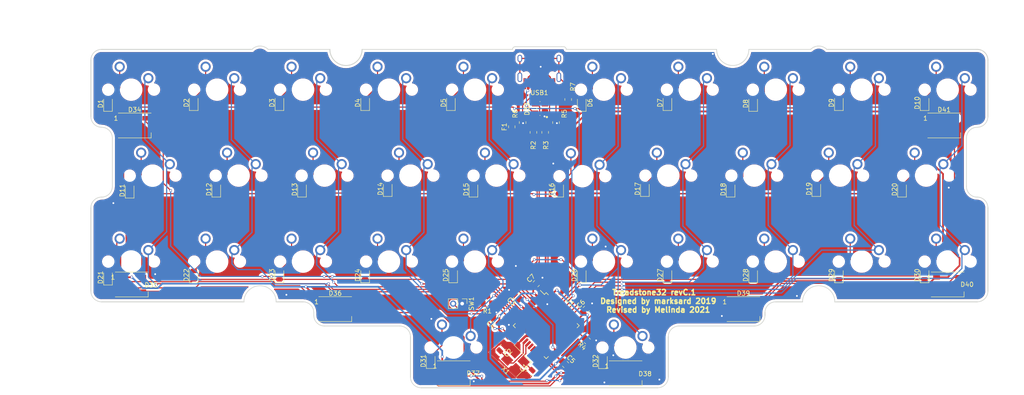
<source format=kicad_pcb>
(kicad_pcb (version 20171130) (host pcbnew "(5.1.4)-1")
  (title_block (title Treadstone32) (date 2019-06-12) (rev 1.1) (company marksard))
  (layers (0 F.Cu signal) (31 B.Cu signal) (34 B.Paste user) (35 F.Paste user) (36 B.SilkS user) (37 F.SilkS user) (38 B.Mask user) (39 F.Mask user) (44 Edge.Cuts user))
  (net 0 "")
  (net 1 GND)
  (net 2 row0)
  (net 3 "Net-(D1-Pad2)")
  (net 4 "Net-(D2-Pad2)")
  (net 5 row1)
  (net 6 row2)
  (net 7 "Net-(D3-Pad2)")
  (net 8 "Net-(D4-Pad2)")
  (net 9 "Net-(D5-Pad2)")
  (net 10 "Net-(D6-Pad2)")
  (net 11 "Net-(D7-Pad2)")
  (net 12 "Net-(D8-Pad2)")
  (net 13 "Net-(D9-Pad2)")
  (net 14 "Net-(D10-Pad2)")
  (net 15 "Net-(D11-Pad2)")
  (net 16 "Net-(D12-Pad2)")
  (net 17 "Net-(D13-Pad2)")
  (net 18 "Net-(D14-Pad2)")
  (net 19 "Net-(D15-Pad2)")
  (net 20 row3)
  (net 21 "Net-(D16-Pad2)")
  (net 22 "Net-(D17-Pad2)")
  (net 23 "Net-(D18-Pad2)")
  (net 24 "Net-(D19-Pad2)")
  (net 25 "Net-(D20-Pad2)")
  (net 26 "Net-(D21-Pad2)")
  (net 27 "Net-(D22-Pad2)")
  (net 28 "Net-(D23-Pad2)")
  (net 29 "Net-(D24-Pad2)")
  (net 30 "Net-(D25-Pad2)")
  (net 31 "Net-(D26-Pad2)")
  (net 32 "Net-(D27-Pad2)")
  (net 33 "Net-(D28-Pad2)")
  (net 34 "Net-(D29-Pad2)")
  (net 35 "Net-(D30-Pad2)")
  (net 36 "Net-(D31-Pad2)")
  (net 37 "Net-(D32-Pad2)")
  (net 38 "Net-(R1-Pad2)")
  (net 39 col0)
  (net 40 col1)
  (net 41 col2)
  (net 42 col3)
  (net 43 col4)
  (net 44 "Net-(C1-Pad2)")
  (net 45 "Net-(C2-Pad2)")
  (net 46 "Net-(C3-Pad1)")
  (net 47 +5V)
  (net 48 VBUS)
  (net 49 D+)
  (net 50 D-)
  (net 51 "Net-(R4-Pad2)")
  (net 52 "Net-(R5-Pad2)")
  (net 53 "Net-(R6-Pad2)")
  (net 54 col5)
  (net 55 col6)
  (net 56 col7)
  (net 57 col8)
  (net 58 col9)
  (net 59 "Net-(U1-Pad42)")
  (net 60 "Net-(U1-Pad31)")
  (net 61 "Net-(U1-Pad30)")
  (net 62 "Net-(U1-Pad29)")
  (net 63 "Net-(U1-Pad28)")
  (net 64 "Net-(U1-Pad27)")
  (net 65 "Net-(U1-Pad26)")
  (net 66 "Net-(U1-Pad21)")
  (net 67 "Net-(U1-Pad20)")
  (net 68 "Net-(U1-Pad19)")
  (net 69 "Net-(U1-Pad18)")
  (net 70 "Net-(USB1-Pad3)")
  (net 71 "Net-(USB1-Pad9)")
  (net 72 "Net-(R2-Pad1)")
  (net 73 "Net-(R3-Pad1)")
  (net 74 "Net-(R7-Pad1)")
  (net 75 "Net-(D34-Pad2)")
  (net 76 RGB)
  (net 77 "Net-(D35-Pad2)")
  (net 78 "Net-(D36-Pad2)")
  (net 79 "Net-(D37-Pad2)")
  (net 80 "Net-(D38-Pad2)")
  (net 81 "Net-(D39-Pad2)")
  (net 82 "Net-(D40-Pad2)")
  (net 83 "Net-(D41-Pad2)")
  (module LED_SMD:LED_WS2812B_PLCC4_5.0x5.0mm_P3.2mm (layer F.Cu) (at 290.27786 75.1452)
    (fp_text reference D41 (at 0 -3.5) (layer F.SilkS))
    (fp_text value WS2812B)
    (fp_text user 1 (at -4.15 -1.6) (layer F.SilkS))
    (pad 1 smd rect (at -2.45 -1.6) (size 1.5 1) (layers F.Cu F.Paste F.Mask) (net 47 +5V))
    (pad 2 smd rect (at -2.45 1.6) (size 1.5 1) (layers F.Cu F.Paste F.Mask) (net 83 "Net-(D41-Pad2)"))
    (pad 4 smd rect (at 2.45 -1.6) (size 1.5 1) (layers F.Cu F.Paste F.Mask) (net 82 "Net-(D40-Pad2)"))
    (pad 3 smd rect (at 2.45 1.6) (size 1.5 1) (layers F.Cu F.Paste F.Mask) (net 1 GND))
  )
  (module LED_SMD:LED_WS2812B_PLCC4_5.0x5.0mm_P3.2mm (layer F.Cu) (at 291.03986 110.384)
    (fp_text reference D40 (at 4.318 0) (layer F.SilkS))
    (fp_text value WS2812B)
    (fp_text user 1 (at -4.15 -1.6) (layer F.SilkS))
    (pad 1 smd rect (at -2.45 -1.6) (size 1.5 1) (layers F.Cu F.Paste F.Mask) (net 47 +5V))
    (pad 2 smd rect (at -2.45 1.6) (size 1.5 1) (layers F.Cu F.Paste F.Mask) (net 82 "Net-(D40-Pad2)"))
    (pad 4 smd rect (at 2.45 -1.6) (size 1.5 1) (layers F.Cu F.Paste F.Mask) (net 81 "Net-(D39-Pad2)"))
    (pad 3 smd rect (at 2.45 1.6) (size 1.5 1) (layers F.Cu F.Paste F.Mask) (net 1 GND))
  )
  (module LED_SMD:LED_WS2812B_PLCC4_5.0x5.0mm_P3.2mm (layer F.Cu) (at 245.78456 115.845)
    (fp_text reference D39 (at 0 -3.5) (layer F.SilkS))
    (fp_text value WS2812B)
    (fp_text user 1 (at -4.15 -1.6) (layer F.SilkS))
    (pad 1 smd rect (at -2.45 -1.6) (size 1.5 1) (layers F.Cu F.Paste F.Mask) (net 47 +5V))
    (pad 2 smd rect (at -2.45 1.6) (size 1.5 1) (layers F.Cu F.Paste F.Mask) (net 81 "Net-(D39-Pad2)"))
    (pad 4 smd rect (at 2.45 -1.6) (size 1.5 1) (layers F.Cu F.Paste F.Mask) (net 80 "Net-(D38-Pad2)"))
    (pad 3 smd rect (at 2.45 1.6) (size 1.5 1) (layers F.Cu F.Paste F.Mask) (net 1 GND))
  )
  (module LED_SMD:LED_WS2812B_PLCC4_5.0x5.0mm_P3.2mm (layer F.Cu) (at 219.66586 130.069)
    (fp_text reference D38 (at 4.318 0.127) (layer F.SilkS))
    (fp_text value WS2812B)
    (fp_text user 1 (at -4.15 -1.6) (layer F.SilkS))
    (pad 1 smd rect (at -2.45 -1.6) (size 1.5 1) (layers F.Cu F.Paste F.Mask) (net 47 +5V))
    (pad 2 smd rect (at -2.45 1.6) (size 1.5 1) (layers F.Cu F.Paste F.Mask) (net 80 "Net-(D38-Pad2)"))
    (pad 4 smd rect (at 2.45 -1.6) (size 1.5 1) (layers F.Cu F.Paste F.Mask) (net 79 "Net-(D37-Pad2)"))
    (pad 3 smd rect (at 2.45 1.6) (size 1.5 1) (layers F.Cu F.Paste F.Mask) (net 1 GND))
  )
  (module LED_SMD:LED_WS2812B_PLCC4_5.0x5.0mm_P3.2mm (layer F.Cu) (at 181.56586 130.069)
    (fp_text reference D37 (at 4.318 0) (layer F.SilkS))
    (fp_text value WS2812B)
    (fp_text user 1 (at -4.15 -1.6) (layer F.SilkS))
    (pad 1 smd rect (at -2.45 -1.6) (size 1.5 1) (layers F.Cu F.Paste F.Mask) (net 47 +5V))
    (pad 2 smd rect (at -2.45 1.6) (size 1.5 1) (layers F.Cu F.Paste F.Mask) (net 79 "Net-(D37-Pad2)"))
    (pad 4 smd rect (at 2.45 -1.6) (size 1.5 1) (layers F.Cu F.Paste F.Mask) (net 78 "Net-(D36-Pad2)"))
    (pad 3 smd rect (at 2.45 1.6) (size 1.5 1) (layers F.Cu F.Paste F.Mask) (net 1 GND))
  )
  (module LED_SMD:LED_WS2812B_PLCC4_5.0x5.0mm_P3.2mm (layer F.Cu) (at 155.30276 115.845)
    (fp_text reference D36 (at 0 -3.5) (layer F.SilkS))
    (fp_text value WS2812B)
    (fp_text user 1 (at -4.15 -1.6) (layer F.SilkS))
    (pad 1 smd rect (at -2.45 -1.6) (size 1.5 1) (layers F.Cu F.Paste F.Mask) (net 47 +5V))
    (pad 2 smd rect (at -2.45 1.6) (size 1.5 1) (layers F.Cu F.Paste F.Mask) (net 78 "Net-(D36-Pad2)"))
    (pad 4 smd rect (at 2.45 -1.6) (size 1.5 1) (layers F.Cu F.Paste F.Mask) (net 77 "Net-(D35-Pad2)"))
    (pad 3 smd rect (at 2.45 1.6) (size 1.5 1) (layers F.Cu F.Paste F.Mask) (net 1 GND))
  )
  (module LED_SMD:LED_WS2812B_PLCC4_5.0x5.0mm_P3.2mm (layer F.Cu) (at 110.19186 110.384)
    (fp_text reference D35 (at 4.318 0.127) (layer F.SilkS))
    (fp_text value WS2812B)
    (fp_text user 1 (at -4.15 -1.6) (layer F.SilkS))
    (pad 1 smd rect (at -2.45 -1.6) (size 1.5 1) (layers F.Cu F.Paste F.Mask) (net 47 +5V))
    (pad 2 smd rect (at -2.45 1.6) (size 1.5 1) (layers F.Cu F.Paste F.Mask) (net 77 "Net-(D35-Pad2)"))
    (pad 4 smd rect (at 2.45 -1.6) (size 1.5 1) (layers F.Cu F.Paste F.Mask) (net 75 "Net-(D34-Pad2)"))
    (pad 3 smd rect (at 2.45 1.6) (size 1.5 1) (layers F.Cu F.Paste F.Mask) (net 1 GND))
  )
  (module LED_SMD:LED_WS2812B_PLCC4_5.0x5.0mm_P3.2mm (layer F.Cu) (at 110.85556 75.1452)
    (fp_text reference D34 (at 0 -3.5) (layer F.SilkS))
    (fp_text value WS2812B)
    (fp_text user 1 (at -4.15 -1.6) (layer F.SilkS))
    (pad 1 smd rect (at -2.45 -1.6) (size 1.5 1) (layers F.Cu F.Paste F.Mask) (net 47 +5V))
    (pad 2 smd rect (at -2.45 1.6) (size 1.5 1) (layers F.Cu F.Paste F.Mask) (net 75 "Net-(D34-Pad2)"))
    (pad 4 smd rect (at 2.45 -1.6) (size 1.5 1) (layers F.Cu F.Paste F.Mask) (net 76 RGB))
    (pad 3 smd rect (at 2.45 1.6) (size 1.5 1) (layers F.Cu F.Paste F.Mask) (net 1 GND))
  )
  (module kbd:MXOnly-1U-NoLED (layer B.Cu) (at 167.2175 105.30328 180)
    (fp_text reference SW25)
    (fp_text value SW_PUSH)
    (pad 2 thru_hole circle (at 2.54 5.08 180) (size 2.25 2.25) (drill 1.47) (layers *.Cu F.Mask) (net 29 "Net-(D24-Pad2)"))
    (pad "" np_thru_hole circle (at 0 0 180) (size 3.9878 3.9878) (drill 3.9878) (layers *.Cu *.Mask))
    (pad 1 thru_hole circle (at -3.81 2.54 180) (size 2.25 2.25) (drill 1.47) (layers *.Cu F.Mask) (net 42 col3))
    (pad "" np_thru_hole circle (at -5.08 0 131.9004) (size 1.75 1.75) (drill 1.75) (layers *.Cu *.Mask))
    (pad "" np_thru_hole circle (at 5.08 0 131.9004) (size 1.75 1.75) (drill 1.75) (layers *.Cu *.Mask))
  )
  (module kbd:MXOnly-1U-NoLED (layer B.Cu) (at 214.8437 67.20232 180)
    (fp_text reference SW7)
    (fp_text value SW_PUSH)
    (pad 2 thru_hole circle (at 2.54 5.08 180) (size 2.25 2.25) (drill 1.47) (layers *.Cu F.Mask) (net 10 "Net-(D6-Pad2)"))
    (pad "" np_thru_hole circle (at 0 0 180) (size 3.9878 3.9878) (drill 3.9878) (layers *.Cu *.Mask))
    (pad 1 thru_hole circle (at -3.81 2.54 180) (size 2.25 2.25) (drill 1.47) (layers *.Cu F.Mask) (net 54 col5))
    (pad "" np_thru_hole circle (at -5.08 0 131.9004) (size 1.75 1.75) (drill 1.75) (layers *.Cu *.Mask))
    (pad "" np_thru_hole circle (at 5.08 0 131.9004) (size 1.75 1.75) (drill 1.75) (layers *.Cu *.Mask))
  )
  (module kbd:MXOnly-1U-NoLED (layer B.Cu) (at 291.04562 105.30328 180)
    (fp_text reference SW31)
    (fp_text value SW_PUSH)
    (pad 2 thru_hole circle (at 2.54 5.08 180) (size 2.25 2.25) (drill 1.47) (layers *.Cu F.Mask) (net 35 "Net-(D30-Pad2)"))
    (pad "" np_thru_hole circle (at 0 0 180) (size 3.9878 3.9878) (drill 3.9878) (layers *.Cu *.Mask))
    (pad 1 thru_hole circle (at -3.81 2.54 180) (size 2.25 2.25) (drill 1.47) (layers *.Cu F.Mask) (net 58 col9))
    (pad "" np_thru_hole circle (at -5.08 0 131.9004) (size 1.75 1.75) (drill 1.75) (layers *.Cu *.Mask))
    (pad "" np_thru_hole circle (at 5.08 0 131.9004) (size 1.75 1.75) (drill 1.75) (layers *.Cu *.Mask))
  )
  (module kbd:MXOnly-1U-NoLED (layer B.Cu) (at 219.60632 124.35376 180)
    (fp_text reference SW33)
    (fp_text value SW_PUSH)
    (pad 2 thru_hole circle (at 2.54 5.08 180) (size 2.25 2.25) (drill 1.47) (layers *.Cu F.Mask) (net 37 "Net-(D32-Pad2)"))
    (pad "" np_thru_hole circle (at 0 0 180) (size 3.9878 3.9878) (drill 3.9878) (layers *.Cu *.Mask))
    (pad 1 thru_hole circle (at -3.81 2.54 180) (size 2.25 2.25) (drill 1.47) (layers *.Cu F.Mask) (net 54 col5))
    (pad "" np_thru_hole circle (at -5.08 0 131.9004) (size 1.75 1.75) (drill 1.75) (layers *.Cu *.Mask))
    (pad "" np_thru_hole circle (at 5.08 0 131.9004) (size 1.75 1.75) (drill 1.75) (layers *.Cu *.Mask))
  )
  (module kbd:MXOnly-1U-NoLED (layer B.Cu) (at 181.50536 124.35376 180)
    (fp_text reference SW32)
    (fp_text value SW_PUSH)
    (pad 2 thru_hole circle (at 2.54 5.08 180) (size 2.25 2.25) (drill 1.47) (layers *.Cu F.Mask) (net 36 "Net-(D31-Pad2)"))
    (pad "" np_thru_hole circle (at 0 0 180) (size 3.9878 3.9878) (drill 3.9878) (layers *.Cu *.Mask))
    (pad 1 thru_hole circle (at -3.81 2.54 180) (size 2.25 2.25) (drill 1.47) (layers *.Cu F.Mask) (net 43 col4))
    (pad "" np_thru_hole circle (at -5.08 0 131.9004) (size 1.75 1.75) (drill 1.75) (layers *.Cu *.Mask))
    (pad "" np_thru_hole circle (at 5.08 0 131.9004) (size 1.75 1.75) (drill 1.75) (layers *.Cu *.Mask))
  )
  (module kbd:MXOnly-1U-NoLED (layer B.Cu) (at 271.99514 105.30328 180)
    (fp_text reference SW30)
    (fp_text value SW_PUSH)
    (pad 2 thru_hole circle (at 2.54 5.08 180) (size 2.25 2.25) (drill 1.47) (layers *.Cu F.Mask) (net 34 "Net-(D29-Pad2)"))
    (pad "" np_thru_hole circle (at 0 0 180) (size 3.9878 3.9878) (drill 3.9878) (layers *.Cu *.Mask))
    (pad 1 thru_hole circle (at -3.81 2.54 180) (size 2.25 2.25) (drill 1.47) (layers *.Cu F.Mask) (net 57 col8))
    (pad "" np_thru_hole circle (at -5.08 0 131.9004) (size 1.75 1.75) (drill 1.75) (layers *.Cu *.Mask))
    (pad "" np_thru_hole circle (at 5.08 0 131.9004) (size 1.75 1.75) (drill 1.75) (layers *.Cu *.Mask))
  )
  (module kbd:MXOnly-1U-NoLED (layer B.Cu) (at 252.94466 105.30328 180)
    (fp_text reference SW29)
    (fp_text value SW_PUSH)
    (pad 2 thru_hole circle (at 2.54 5.08 180) (size 2.25 2.25) (drill 1.47) (layers *.Cu F.Mask) (net 33 "Net-(D28-Pad2)"))
    (pad "" np_thru_hole circle (at 0 0 180) (size 3.9878 3.9878) (drill 3.9878) (layers *.Cu *.Mask))
    (pad 1 thru_hole circle (at -3.81 2.54 180) (size 2.25 2.25) (drill 1.47) (layers *.Cu F.Mask) (net 56 col7))
    (pad "" np_thru_hole circle (at -5.08 0 131.9004) (size 1.75 1.75) (drill 1.75) (layers *.Cu *.Mask))
    (pad "" np_thru_hole circle (at 5.08 0 131.9004) (size 1.75 1.75) (drill 1.75) (layers *.Cu *.Mask))
  )
  (module kbd:MXOnly-1U-NoLED (layer B.Cu) (at 233.89418 105.30328 180)
    (fp_text reference SW28)
    (fp_text value SW_PUSH)
    (pad 2 thru_hole circle (at 2.54 5.08 180) (size 2.25 2.25) (drill 1.47) (layers *.Cu F.Mask) (net 32 "Net-(D27-Pad2)"))
    (pad "" np_thru_hole circle (at 0 0 180) (size 3.9878 3.9878) (drill 3.9878) (layers *.Cu *.Mask))
    (pad 1 thru_hole circle (at -3.81 2.54 180) (size 2.25 2.25) (drill 1.47) (layers *.Cu F.Mask) (net 55 col6))
    (pad "" np_thru_hole circle (at -5.08 0 131.9004) (size 1.75 1.75) (drill 1.75) (layers *.Cu *.Mask))
    (pad "" np_thru_hole circle (at 5.08 0 131.9004) (size 1.75 1.75) (drill 1.75) (layers *.Cu *.Mask))
  )
  (module kbd:MXOnly-1U-NoLED (layer B.Cu) (at 214.8437 105.30328 180)
    (fp_text reference SW27)
    (fp_text value SW_PUSH)
    (pad 2 thru_hole circle (at 2.54 5.08 180) (size 2.25 2.25) (drill 1.47) (layers *.Cu F.Mask) (net 31 "Net-(D26-Pad2)"))
    (pad "" np_thru_hole circle (at 0 0 180) (size 3.9878 3.9878) (drill 3.9878) (layers *.Cu *.Mask))
    (pad 1 thru_hole circle (at -3.81 2.54 180) (size 2.25 2.25) (drill 1.47) (layers *.Cu F.Mask) (net 54 col5))
    (pad "" np_thru_hole circle (at -5.08 0 131.9004) (size 1.75 1.75) (drill 1.75) (layers *.Cu *.Mask))
    (pad "" np_thru_hole circle (at 5.08 0 131.9004) (size 1.75 1.75) (drill 1.75) (layers *.Cu *.Mask))
  )
  (module kbd:MXOnly-1U-NoLED (layer B.Cu) (at 186.26798 105.30328 180)
    (fp_text reference SW26)
    (fp_text value SW_PUSH)
    (pad 2 thru_hole circle (at 2.54 5.08 180) (size 2.25 2.25) (drill 1.47) (layers *.Cu F.Mask) (net 30 "Net-(D25-Pad2)"))
    (pad "" np_thru_hole circle (at 0 0 180) (size 3.9878 3.9878) (drill 3.9878) (layers *.Cu *.Mask))
    (pad 1 thru_hole circle (at -3.81 2.54 180) (size 2.25 2.25) (drill 1.47) (layers *.Cu F.Mask) (net 43 col4))
    (pad "" np_thru_hole circle (at -5.08 0 131.9004) (size 1.75 1.75) (drill 1.75) (layers *.Cu *.Mask))
    (pad "" np_thru_hole circle (at 5.08 0 131.9004) (size 1.75 1.75) (drill 1.75) (layers *.Cu *.Mask))
  )
  (module kbd:MXOnly-1U-NoLED (layer B.Cu) (at 148.16702 105.30328 180)
    (fp_text reference SW24)
    (fp_text value SW_PUSH)
    (pad 2 thru_hole circle (at 2.54 5.08 180) (size 2.25 2.25) (drill 1.47) (layers *.Cu F.Mask) (net 28 "Net-(D23-Pad2)"))
    (pad "" np_thru_hole circle (at 0 0 180) (size 3.9878 3.9878) (drill 3.9878) (layers *.Cu *.Mask))
    (pad 1 thru_hole circle (at -3.81 2.54 180) (size 2.25 2.25) (drill 1.47) (layers *.Cu F.Mask) (net 41 col2))
    (pad "" np_thru_hole circle (at -5.08 0 131.9004) (size 1.75 1.75) (drill 1.75) (layers *.Cu *.Mask))
    (pad "" np_thru_hole circle (at 5.08 0 131.9004) (size 1.75 1.75) (drill 1.75) (layers *.Cu *.Mask))
  )
  (module kbd:MXOnly-1U-NoLED (layer B.Cu) (at 129.11654 105.30328 180)
    (fp_text reference SW23)
    (fp_text value SW_PUSH)
    (pad 2 thru_hole circle (at 2.54 5.08 180) (size 2.25 2.25) (drill 1.47) (layers *.Cu F.Mask) (net 27 "Net-(D22-Pad2)"))
    (pad "" np_thru_hole circle (at 0 0 180) (size 3.9878 3.9878) (drill 3.9878) (layers *.Cu *.Mask))
    (pad 1 thru_hole circle (at -3.81 2.54 180) (size 2.25 2.25) (drill 1.47) (layers *.Cu F.Mask) (net 40 col1))
    (pad "" np_thru_hole circle (at -5.08 0 131.9004) (size 1.75 1.75) (drill 1.75) (layers *.Cu *.Mask))
    (pad "" np_thru_hole circle (at 5.08 0 131.9004) (size 1.75 1.75) (drill 1.75) (layers *.Cu *.Mask))
  )
  (module kbd:MXOnly-1U-NoLED (layer B.Cu) (at 110.06606 105.30328 180)
    (fp_text reference SW22)
    (fp_text value SW_PUSH)
    (pad 2 thru_hole circle (at 2.54 5.08 180) (size 2.25 2.25) (drill 1.47) (layers *.Cu F.Mask) (net 26 "Net-(D21-Pad2)"))
    (pad "" np_thru_hole circle (at 0 0 180) (size 3.9878 3.9878) (drill 3.9878) (layers *.Cu *.Mask))
    (pad 1 thru_hole circle (at -3.81 2.54 180) (size 2.25 2.25) (drill 1.47) (layers *.Cu F.Mask) (net 39 col0))
    (pad "" np_thru_hole circle (at -5.08 0 131.9004) (size 1.75 1.75) (drill 1.75) (layers *.Cu *.Mask))
    (pad "" np_thru_hole circle (at 5.08 0 131.9004) (size 1.75 1.75) (drill 1.75) (layers *.Cu *.Mask))
  )
  (module kbd:MXOnly-1U-NoLED (layer B.Cu) (at 286.283 86.2528 180)
    (fp_text reference SW21)
    (fp_text value SW_PUSH)
    (pad 2 thru_hole circle (at 2.54 5.08 180) (size 2.25 2.25) (drill 1.47) (layers *.Cu F.Mask) (net 25 "Net-(D20-Pad2)"))
    (pad "" np_thru_hole circle (at 0 0 180) (size 3.9878 3.9878) (drill 3.9878) (layers *.Cu *.Mask))
    (pad 1 thru_hole circle (at -3.81 2.54 180) (size 2.25 2.25) (drill 1.47) (layers *.Cu F.Mask) (net 58 col9))
    (pad "" np_thru_hole circle (at -5.08 0 131.9004) (size 1.75 1.75) (drill 1.75) (layers *.Cu *.Mask))
    (pad "" np_thru_hole circle (at 5.08 0 131.9004) (size 1.75 1.75) (drill 1.75) (layers *.Cu *.Mask))
  )
  (module kbd:MXOnly-1U-NoLED (layer B.Cu) (at 267.23252 86.2528 180)
    (fp_text reference SW20)
    (fp_text value SW_PUSH)
    (pad 2 thru_hole circle (at 2.54 5.08 180) (size 2.25 2.25) (drill 1.47) (layers *.Cu F.Mask) (net 24 "Net-(D19-Pad2)"))
    (pad "" np_thru_hole circle (at 0 0 180) (size 3.9878 3.9878) (drill 3.9878) (layers *.Cu *.Mask))
    (pad 1 thru_hole circle (at -3.81 2.54 180) (size 2.25 2.25) (drill 1.47) (layers *.Cu F.Mask) (net 57 col8))
    (pad "" np_thru_hole circle (at -5.08 0 131.9004) (size 1.75 1.75) (drill 1.75) (layers *.Cu *.Mask))
    (pad "" np_thru_hole circle (at 5.08 0 131.9004) (size 1.75 1.75) (drill 1.75) (layers *.Cu *.Mask))
  )
  (module kbd:MXOnly-1U-NoLED (layer B.Cu) (at 248.18204 86.2528 180)
    (fp_text reference SW19)
    (fp_text value SW_PUSH)
    (pad 2 thru_hole circle (at 2.54 5.08 180) (size 2.25 2.25) (drill 1.47) (layers *.Cu F.Mask) (net 23 "Net-(D18-Pad2)"))
    (pad "" np_thru_hole circle (at 0 0 180) (size 3.9878 3.9878) (drill 3.9878) (layers *.Cu *.Mask))
    (pad 1 thru_hole circle (at -3.81 2.54 180) (size 2.25 2.25) (drill 1.47) (layers *.Cu F.Mask) (net 56 col7))
    (pad "" np_thru_hole circle (at -5.08 0 131.9004) (size 1.75 1.75) (drill 1.75) (layers *.Cu *.Mask))
    (pad "" np_thru_hole circle (at 5.08 0 131.9004) (size 1.75 1.75) (drill 1.75) (layers *.Cu *.Mask))
  )
  (module kbd:MXOnly-1U-NoLED (layer B.Cu) (at 229.13156 86.2528 180)
    (fp_text reference SW18)
    (fp_text value SW_PUSH)
    (pad 2 thru_hole circle (at 2.54 5.08 180) (size 2.25 2.25) (drill 1.47) (layers *.Cu F.Mask) (net 22 "Net-(D17-Pad2)"))
    (pad "" np_thru_hole circle (at 0 0 180) (size 3.9878 3.9878) (drill 3.9878) (layers *.Cu *.Mask))
    (pad 1 thru_hole circle (at -3.81 2.54 180) (size 2.25 2.25) (drill 1.47) (layers *.Cu F.Mask) (net 55 col6))
    (pad "" np_thru_hole circle (at -5.08 0 131.9004) (size 1.75 1.75) (drill 1.75) (layers *.Cu *.Mask))
    (pad "" np_thru_hole circle (at 5.08 0 131.9004) (size 1.75 1.75) (drill 1.75) (layers *.Cu *.Mask))
  )
  (module kbd:MXOnly-1U-NoLED (layer B.Cu) (at 210.08108 86.382911 180)
    (fp_text reference SW17)
    (fp_text value SW_PUSH)
    (pad 2 thru_hole circle (at 2.54 5.08 180) (size 2.25 2.25) (drill 1.47) (layers *.Cu F.Mask) (net 21 "Net-(D16-Pad2)"))
    (pad "" np_thru_hole circle (at 0 0 180) (size 3.9878 3.9878) (drill 3.9878) (layers *.Cu *.Mask))
    (pad 1 thru_hole circle (at -3.81 2.54 180) (size 2.25 2.25) (drill 1.47) (layers *.Cu F.Mask) (net 54 col5))
    (pad "" np_thru_hole circle (at -5.08 0 131.9004) (size 1.75 1.75) (drill 1.75) (layers *.Cu *.Mask))
    (pad "" np_thru_hole circle (at 5.08 0 131.9004) (size 1.75 1.75) (drill 1.75) (layers *.Cu *.Mask))
  )
  (module kbd:MXOnly-1U-NoLED (layer B.Cu) (at 191.0306 86.2528 180)
    (fp_text reference SW16)
    (fp_text value SW_PUSH)
    (pad 2 thru_hole circle (at 2.54 5.08 180) (size 2.25 2.25) (drill 1.47) (layers *.Cu F.Mask) (net 19 "Net-(D15-Pad2)"))
    (pad "" np_thru_hole circle (at 0 0 180) (size 3.9878 3.9878) (drill 3.9878) (layers *.Cu *.Mask))
    (pad 1 thru_hole circle (at -3.81 2.54 180) (size 2.25 2.25) (drill 1.47) (layers *.Cu F.Mask) (net 43 col4))
    (pad "" np_thru_hole circle (at -5.08 0 131.9004) (size 1.75 1.75) (drill 1.75) (layers *.Cu *.Mask))
    (pad "" np_thru_hole circle (at 5.08 0 131.9004) (size 1.75 1.75) (drill 1.75) (layers *.Cu *.Mask))
  )
  (module kbd:MXOnly-1U-NoLED (layer B.Cu) (at 171.98012 86.2528 180)
    (fp_text reference SW15)
    (fp_text value SW_PUSH)
    (pad 2 thru_hole circle (at 2.54 5.08 180) (size 2.25 2.25) (drill 1.47) (layers *.Cu F.Mask) (net 18 "Net-(D14-Pad2)"))
    (pad "" np_thru_hole circle (at 0 0 180) (size 3.9878 3.9878) (drill 3.9878) (layers *.Cu *.Mask))
    (pad 1 thru_hole circle (at -3.81 2.54 180) (size 2.25 2.25) (drill 1.47) (layers *.Cu F.Mask) (net 42 col3))
    (pad "" np_thru_hole circle (at -5.08 0 131.9004) (size 1.75 1.75) (drill 1.75) (layers *.Cu *.Mask))
    (pad "" np_thru_hole circle (at 5.08 0 131.9004) (size 1.75 1.75) (drill 1.75) (layers *.Cu *.Mask))
  )
  (module kbd:MXOnly-1U-NoLED (layer B.Cu) (at 152.92964 86.2528 180)
    (fp_text reference SW14)
    (fp_text value SW_PUSH)
    (pad 2 thru_hole circle (at 2.54 5.08 180) (size 2.25 2.25) (drill 1.47) (layers *.Cu F.Mask) (net 17 "Net-(D13-Pad2)"))
    (pad "" np_thru_hole circle (at 0 0 180) (size 3.9878 3.9878) (drill 3.9878) (layers *.Cu *.Mask))
    (pad 1 thru_hole circle (at -3.81 2.54 180) (size 2.25 2.25) (drill 1.47) (layers *.Cu F.Mask) (net 41 col2))
    (pad "" np_thru_hole circle (at -5.08 0 131.9004) (size 1.75 1.75) (drill 1.75) (layers *.Cu *.Mask))
    (pad "" np_thru_hole circle (at 5.08 0 131.9004) (size 1.75 1.75) (drill 1.75) (layers *.Cu *.Mask))
  )
  (module kbd:MXOnly-1U-NoLED (layer B.Cu) (at 133.87916 86.2528 180)
    (fp_text reference SW13)
    (fp_text value SW_PUSH)
    (pad 2 thru_hole circle (at 2.54 5.08 180) (size 2.25 2.25) (drill 1.47) (layers *.Cu F.Mask) (net 16 "Net-(D12-Pad2)"))
    (pad "" np_thru_hole circle (at 0 0 180) (size 3.9878 3.9878) (drill 3.9878) (layers *.Cu *.Mask))
    (pad 1 thru_hole circle (at -3.81 2.54 180) (size 2.25 2.25) (drill 1.47) (layers *.Cu F.Mask) (net 40 col1))
    (pad "" np_thru_hole circle (at -5.08 0 131.9004) (size 1.75 1.75) (drill 1.75) (layers *.Cu *.Mask))
    (pad "" np_thru_hole circle (at 5.08 0 131.9004) (size 1.75 1.75) (drill 1.75) (layers *.Cu *.Mask))
  )
  (module kbd:MXOnly-1U-NoLED (layer B.Cu) (at 114.82868 86.2528 180)
    (fp_text reference SW12)
    (fp_text value SW_PUSH)
    (pad 2 thru_hole circle (at 2.54 5.08 180) (size 2.25 2.25) (drill 1.47) (layers *.Cu F.Mask) (net 15 "Net-(D11-Pad2)"))
    (pad "" np_thru_hole circle (at 0 0 180) (size 3.9878 3.9878) (drill 3.9878) (layers *.Cu *.Mask))
    (pad 1 thru_hole circle (at -3.81 2.54 180) (size 2.25 2.25) (drill 1.47) (layers *.Cu F.Mask) (net 39 col0))
    (pad "" np_thru_hole circle (at -5.08 0 131.9004) (size 1.75 1.75) (drill 1.75) (layers *.Cu *.Mask))
    (pad "" np_thru_hole circle (at 5.08 0 131.9004) (size 1.75 1.75) (drill 1.75) (layers *.Cu *.Mask))
  )
  (module kbd:MXOnly-1U-NoLED (layer B.Cu) (at 291.04562 67.20232 180)
    (fp_text reference SW11)
    (fp_text value SW_PUSH)
    (pad 2 thru_hole circle (at 2.54 5.08 180) (size 2.25 2.25) (drill 1.47) (layers *.Cu F.Mask) (net 14 "Net-(D10-Pad2)"))
    (pad "" np_thru_hole circle (at 0 0 180) (size 3.9878 3.9878) (drill 3.9878) (layers *.Cu *.Mask))
    (pad 1 thru_hole circle (at -3.81 2.54 180) (size 2.25 2.25) (drill 1.47) (layers *.Cu F.Mask) (net 58 col9))
    (pad "" np_thru_hole circle (at -5.08 0 131.9004) (size 1.75 1.75) (drill 1.75) (layers *.Cu *.Mask))
    (pad "" np_thru_hole circle (at 5.08 0 131.9004) (size 1.75 1.75) (drill 1.75) (layers *.Cu *.Mask))
  )
  (module kbd:MXOnly-1U-NoLED (layer B.Cu) (at 271.99514 67.20232 180)
    (fp_text reference SW10)
    (fp_text value SW_PUSH)
    (pad 2 thru_hole circle (at 2.54 5.08 180) (size 2.25 2.25) (drill 1.47) (layers *.Cu F.Mask) (net 13 "Net-(D9-Pad2)"))
    (pad "" np_thru_hole circle (at 0 0 180) (size 3.9878 3.9878) (drill 3.9878) (layers *.Cu *.Mask))
    (pad 1 thru_hole circle (at -3.81 2.54 180) (size 2.25 2.25) (drill 1.47) (layers *.Cu F.Mask) (net 57 col8))
    (pad "" np_thru_hole circle (at -5.08 0 131.9004) (size 1.75 1.75) (drill 1.75) (layers *.Cu *.Mask))
    (pad "" np_thru_hole circle (at 5.08 0 131.9004) (size 1.75 1.75) (drill 1.75) (layers *.Cu *.Mask))
  )
  (module kbd:MXOnly-1U-NoLED (layer B.Cu) (at 252.94466 67.20232 180)
    (fp_text reference SW9)
    (fp_text value SW_PUSH)
    (pad 2 thru_hole circle (at 2.54 5.08 180) (size 2.25 2.25) (drill 1.47) (layers *.Cu F.Mask) (net 12 "Net-(D8-Pad2)"))
    (pad "" np_thru_hole circle (at 0 0 180) (size 3.9878 3.9878) (drill 3.9878) (layers *.Cu *.Mask))
    (pad 1 thru_hole circle (at -3.81 2.54 180) (size 2.25 2.25) (drill 1.47) (layers *.Cu F.Mask) (net 56 col7))
    (pad "" np_thru_hole circle (at -5.08 0 131.9004) (size 1.75 1.75) (drill 1.75) (layers *.Cu *.Mask))
    (pad "" np_thru_hole circle (at 5.08 0 131.9004) (size 1.75 1.75) (drill 1.75) (layers *.Cu *.Mask))
  )
  (module kbd:MXOnly-1U-NoLED (layer B.Cu) (at 233.89418 67.20232 180)
    (fp_text reference SW8)
    (fp_text value SW_PUSH)
    (pad 2 thru_hole circle (at 2.54 5.08 180) (size 2.25 2.25) (drill 1.47) (layers *.Cu F.Mask) (net 11 "Net-(D7-Pad2)"))
    (pad "" np_thru_hole circle (at 0 0 180) (size 3.9878 3.9878) (drill 3.9878) (layers *.Cu *.Mask))
    (pad 1 thru_hole circle (at -3.81 2.54 180) (size 2.25 2.25) (drill 1.47) (layers *.Cu F.Mask) (net 55 col6))
    (pad "" np_thru_hole circle (at -5.08 0 131.9004) (size 1.75 1.75) (drill 1.75) (layers *.Cu *.Mask))
    (pad "" np_thru_hole circle (at 5.08 0 131.9004) (size 1.75 1.75) (drill 1.75) (layers *.Cu *.Mask))
  )
  (module kbd:MXOnly-1U-NoLED (layer B.Cu) (at 186.26798 67.20232 180)
    (fp_text reference SW6)
    (fp_text value SW_PUSH)
    (pad 2 thru_hole circle (at 2.54 5.08 180) (size 2.25 2.25) (drill 1.47) (layers *.Cu F.Mask) (net 9 "Net-(D5-Pad2)"))
    (pad "" np_thru_hole circle (at 0 0 180) (size 3.9878 3.9878) (drill 3.9878) (layers *.Cu *.Mask))
    (pad 1 thru_hole circle (at -3.81 2.54 180) (size 2.25 2.25) (drill 1.47) (layers *.Cu F.Mask) (net 43 col4))
    (pad "" np_thru_hole circle (at -5.08 0 131.9004) (size 1.75 1.75) (drill 1.75) (layers *.Cu *.Mask))
    (pad "" np_thru_hole circle (at 5.08 0 131.9004) (size 1.75 1.75) (drill 1.75) (layers *.Cu *.Mask))
  )
  (module kbd:MXOnly-1U-NoLED (layer B.Cu) (at 167.2175 67.20232 180)
    (fp_text reference SW5)
    (fp_text value SW_PUSH)
    (pad 2 thru_hole circle (at 2.54 5.08 180) (size 2.25 2.25) (drill 1.47) (layers *.Cu F.Mask) (net 8 "Net-(D4-Pad2)"))
    (pad "" np_thru_hole circle (at 0 0 180) (size 3.9878 3.9878) (drill 3.9878) (layers *.Cu *.Mask))
    (pad 1 thru_hole circle (at -3.81 2.54 180) (size 2.25 2.25) (drill 1.47) (layers *.Cu F.Mask) (net 42 col3))
    (pad "" np_thru_hole circle (at -5.08 0 131.9004) (size 1.75 1.75) (drill 1.75) (layers *.Cu *.Mask))
    (pad "" np_thru_hole circle (at 5.08 0 131.9004) (size 1.75 1.75) (drill 1.75) (layers *.Cu *.Mask))
  )
  (module kbd:MXOnly-1U-NoLED (layer B.Cu) (at 148.16702 67.20232 180)
    (fp_text reference SW4)
    (fp_text value SW_PUSH)
    (pad 2 thru_hole circle (at 2.54 5.08 180) (size 2.25 2.25) (drill 1.47) (layers *.Cu F.Mask) (net 7 "Net-(D3-Pad2)"))
    (pad "" np_thru_hole circle (at 0 0 180) (size 3.9878 3.9878) (drill 3.9878) (layers *.Cu *.Mask))
    (pad 1 thru_hole circle (at -3.81 2.54 180) (size 2.25 2.25) (drill 1.47) (layers *.Cu F.Mask) (net 41 col2))
    (pad "" np_thru_hole circle (at -5.08 0 131.9004) (size 1.75 1.75) (drill 1.75) (layers *.Cu *.Mask))
    (pad "" np_thru_hole circle (at 5.08 0 131.9004) (size 1.75 1.75) (drill 1.75) (layers *.Cu *.Mask))
  )
  (module kbd:MXOnly-1U-NoLED (layer B.Cu) (at 129.11654 67.20232 180)
    (fp_text reference SW3)
    (fp_text value SW_PUSH)
    (pad 2 thru_hole circle (at 2.54 5.08 180) (size 2.25 2.25) (drill 1.47) (layers *.Cu F.Mask) (net 4 "Net-(D2-Pad2)"))
    (pad "" np_thru_hole circle (at 0 0 180) (size 3.9878 3.9878) (drill 3.9878) (layers *.Cu *.Mask))
    (pad 1 thru_hole circle (at -3.81 2.54 180) (size 2.25 2.25) (drill 1.47) (layers *.Cu F.Mask) (net 40 col1))
    (pad "" np_thru_hole circle (at -5.08 0 131.9004) (size 1.75 1.75) (drill 1.75) (layers *.Cu *.Mask))
    (pad "" np_thru_hole circle (at 5.08 0 131.9004) (size 1.75 1.75) (drill 1.75) (layers *.Cu *.Mask))
  )
  (module kbd:MXOnly-1U-NoLED (layer B.Cu) (at 110.06606 67.20232 180)
    (fp_text reference SW2)
    (fp_text value SW_PUSH)
    (pad 2 thru_hole circle (at 2.54 5.08 180) (size 2.25 2.25) (drill 1.47) (layers *.Cu F.Mask) (net 3 "Net-(D1-Pad2)"))
    (pad "" np_thru_hole circle (at 0 0 180) (size 3.9878 3.9878) (drill 3.9878) (layers *.Cu *.Mask))
    (pad 1 thru_hole circle (at -3.81 2.54 180) (size 2.25 2.25) (drill 1.47) (layers *.Cu F.Mask) (net 39 col0))
    (pad "" np_thru_hole circle (at -5.08 0 131.9004) (size 1.75 1.75) (drill 1.75) (layers *.Cu *.Mask))
    (pad "" np_thru_hole circle (at 5.08 0 131.9004) (size 1.75 1.75) (drill 1.75) (layers *.Cu *.Mask))
  )
  (module Resistor_SMD:R_0805_2012Metric (layer F.Cu) (at 206.93986 69.379 270)
    (fp_text reference R7 (at -2.81 -1.042 90) (layer F.SilkS))
    (fp_text value 1M)
    (pad 2 smd roundrect (at 0.9125 0 270) (size 1.025 1.4) (layers F.Cu F.Paste F.Mask) (roundrect_rratio 0.243902) (net 1 GND))
    (pad 1 smd roundrect (at -0.9125 0 270) (size 1.025 1.4) (layers F.Cu F.Paste F.Mask) (roundrect_rratio 0.243902) (net 74 "Net-(R7-Pad1)"))
  )
  (module SR05:Semtech-SOT-143-0-0-MFG (layer F.Cu) (at 200.68986 71.379 90)
    (fp_text reference D33 (at -1.645 -2.868 90) (layer F.SilkS) (effects (justify left)))
    (fp_text value SR05.TCT hide)
    (pad 4 smd rect (at -0.96 -1.1 90) (size 1 1.4) (layers F.Cu F.Paste F.Mask) (net 48 VBUS))
    (pad 3 smd rect (at 0.959999 -1.099999 90) (size 1 1.4) (layers F.Cu F.Paste F.Mask) (net 49 D+))
    (pad 2 smd rect (at 0.959999 1.1 90) (size 1 1.4) (layers F.Cu F.Paste F.Mask) (net 50 D-))
    (pad 1 smd rect (at -0.76 1.1 90) (size 1.2 1.4) (layers F.Cu F.Paste F.Mask) (net 1 GND))
  )
  (module typec:HRO-TYPE-C-31-M-12-HandSoldering (layer F.Cu) (at 200.54986 57.679 180)
    (fp_text reference USB1 (at 0 -10.2) (layer F.SilkS))
    (fp_text value HRO-TYPE-C-31-M-12)
    (pad 12 smd rect (at 3.225 -8.195 180) (size 0.6 2.45) (layers F.Cu F.Paste F.Mask) (net 1 GND))
    (pad 1 smd rect (at -3.225 -8.195 180) (size 0.6 2.45) (layers F.Cu F.Paste F.Mask) (net 1 GND))
    (pad 11 smd rect (at 2.45 -8.195 180) (size 0.6 2.45) (layers F.Cu F.Paste F.Mask) (net 48 VBUS))
    (pad 2 smd rect (at -2.45 -8.195 180) (size 0.6 2.45) (layers F.Cu F.Paste F.Mask) (net 48 VBUS))
    (pad 3 smd rect (at -1.75 -8.195 180) (size 0.3 2.45) (layers F.Cu F.Paste F.Mask) (net 70 "Net-(USB1-Pad3)"))
    (pad 10 smd rect (at 1.75 -8.195 180) (size 0.3 2.45) (layers F.Cu F.Paste F.Mask) (net 53 "Net-(R6-Pad2)"))
    (pad 4 smd rect (at -1.25 -8.195 180) (size 0.3 2.45) (layers F.Cu F.Paste F.Mask) (net 52 "Net-(R5-Pad2)"))
    (pad 9 smd rect (at 1.25 -8.195 180) (size 0.3 2.45) (layers F.Cu F.Paste F.Mask) (net 71 "Net-(USB1-Pad9)"))
    (pad 5 smd rect (at -0.75 -8.195 180) (size 0.3 2.45) (layers F.Cu F.Paste F.Mask) (net 50 D-))
    (pad 8 smd rect (at 0.75 -8.195 180) (size 0.3 2.45) (layers F.Cu F.Paste F.Mask) (net 49 D+))
    (pad 7 smd rect (at 0.25 -8.195 180) (size 0.3 2.45) (layers F.Cu F.Paste F.Mask) (net 50 D-))
    (pad 6 smd rect (at -0.25 -8.195 180) (size 0.3 2.45) (layers F.Cu F.Paste F.Mask) (net 49 D+))
    (pad "" np_thru_hole circle (at 2.89 -6.25 180) (size 0.65 0.65) (drill 0.65) (layers *.Cu *.Mask))
    (pad "" np_thru_hole circle (at -2.89 -6.25 180) (size 0.65 0.65) (drill 0.65) (layers *.Cu *.Mask))
    (pad 13 thru_hole oval (at -4.32 -6.78 180) (size 1 2.1) (drill oval 0.6 1.7) (layers *.Cu B.Mask) (net 74 "Net-(R7-Pad1)"))
    (pad 13 thru_hole oval (at 4.32 -6.78 180) (size 1 2.1) (drill oval 0.6 1.7) (layers *.Cu B.Mask) (net 74 "Net-(R7-Pad1)"))
    (pad 13 thru_hole oval (at -4.32 -2.6 180) (size 1 1.6) (drill oval 0.6 1.2) (layers *.Cu B.Mask) (net 74 "Net-(R7-Pad1)"))
    (pad 13 thru_hole oval (at 4.32 -2.6 180) (size 1 1.6) (drill oval 0.6 1.2) (layers *.Cu B.Mask) (net 74 "Net-(R7-Pad1)"))
  )
  (module Package_QFP:TQFP-44_10x10mm_P0.8mm (layer F.Cu) (at 202.072668 119.514946 315)
    (fp_text reference U1 (at 0 -7.45 135) (layer F.SilkS))
    (fp_text value ATmega32U4-AU)
    (pad 44 smd rect (at -4 -5.7 45) (size 1.5 0.55) (layers F.Cu F.Paste F.Mask) (net 47 +5V))
    (pad 43 smd rect (at -3.2 -5.7 45) (size 1.5 0.55) (layers F.Cu F.Paste F.Mask) (net 1 GND))
    (pad 42 smd rect (at -2.4 -5.7 45) (size 1.5 0.55) (layers F.Cu F.Paste F.Mask) (net 59 "Net-(U1-Pad42)"))
    (pad 41 smd rect (at -1.6 -5.7 45) (size 1.5 0.55) (layers F.Cu F.Paste F.Mask) (net 6 row2))
    (pad 40 smd rect (at -0.8 -5.7 45) (size 1.5 0.55) (layers F.Cu F.Paste F.Mask) (net 54 col5))
    (pad 39 smd rect (at 0 -5.7 45) (size 1.5 0.55) (layers F.Cu F.Paste F.Mask) (net 2 row0))
    (pad 38 smd rect (at 0.8 -5.7 45) (size 1.5 0.55) (layers F.Cu F.Paste F.Mask) (net 55 col6))
    (pad 37 smd rect (at 1.6 -5.7 45) (size 1.5 0.55) (layers F.Cu F.Paste F.Mask) (net 56 col7))
    (pad 36 smd rect (at 2.4 -5.7 45) (size 1.5 0.55) (layers F.Cu F.Paste F.Mask) (net 57 col8))
    (pad 35 smd rect (at 3.2 -5.7 45) (size 1.5 0.55) (layers F.Cu F.Paste F.Mask) (net 1 GND))
    (pad 34 smd rect (at 4 -5.7 45) (size 1.5 0.55) (layers F.Cu F.Paste F.Mask) (net 47 +5V))
    (pad 33 smd rect (at 5.7 -4 315) (size 1.5 0.55) (layers F.Cu F.Paste F.Mask) (net 51 "Net-(R4-Pad2)"))
    (pad 32 smd rect (at 5.7 -3.2 315) (size 1.5 0.55) (layers F.Cu F.Paste F.Mask) (net 58 col9))
    (pad 31 smd rect (at 5.7 -2.4 315) (size 1.5 0.55) (layers F.Cu F.Paste F.Mask) (net 60 "Net-(U1-Pad31)"))
    (pad 30 smd rect (at 5.7 -1.6 315) (size 1.5 0.55) (layers F.Cu F.Paste F.Mask) (net 61 "Net-(U1-Pad30)"))
    (pad 29 smd rect (at 5.7 -0.8 315) (size 1.5 0.55) (layers F.Cu F.Paste F.Mask) (net 62 "Net-(U1-Pad29)"))
    (pad 28 smd rect (at 5.7 0 315) (size 1.5 0.55) (layers F.Cu F.Paste F.Mask) (net 63 "Net-(U1-Pad28)"))
    (pad 27 smd rect (at 5.7 0.8 315) (size 1.5 0.55) (layers F.Cu F.Paste F.Mask) (net 64 "Net-(U1-Pad27)"))
    (pad 26 smd rect (at 5.7 1.6 315) (size 1.5 0.55) (layers F.Cu F.Paste F.Mask) (net 65 "Net-(U1-Pad26)"))
    (pad 25 smd rect (at 5.7 2.4 315) (size 1.5 0.55) (layers F.Cu F.Paste F.Mask) (net 42 col3))
    (pad 24 smd rect (at 5.7 3.2 315) (size 1.5 0.55) (layers F.Cu F.Paste F.Mask) (net 47 +5V))
    (pad 23 smd rect (at 5.7 4 315) (size 1.5 0.55) (layers F.Cu F.Paste F.Mask) (net 1 GND))
    (pad 22 smd rect (at 4 5.7 45) (size 1.5 0.55) (layers F.Cu F.Paste F.Mask) (net 20 row3))
    (pad 21 smd rect (at 3.2 5.7 45) (size 1.5 0.55) (layers F.Cu F.Paste F.Mask) (net 66 "Net-(U1-Pad21)"))
    (pad 20 smd rect (at 2.4 5.7 45) (size 1.5 0.55) (layers F.Cu F.Paste F.Mask) (net 67 "Net-(U1-Pad20)"))
    (pad 19 smd rect (at 1.6 5.7 45) (size 1.5 0.55) (layers F.Cu F.Paste F.Mask) (net 68 "Net-(U1-Pad19)"))
    (pad 18 smd rect (at 0.8 5.7 45) (size 1.5 0.55) (layers F.Cu F.Paste F.Mask) (net 69 "Net-(U1-Pad18)"))
    (pad 17 smd rect (at 0 5.7 45) (size 1.5 0.55) (layers F.Cu F.Paste F.Mask) (net 44 "Net-(C1-Pad2)"))
    (pad 16 smd rect (at -0.8 5.7 45) (size 1.5 0.55) (layers F.Cu F.Paste F.Mask) (net 45 "Net-(C2-Pad2)"))
    (pad 15 smd rect (at -1.6 5.7 45) (size 1.5 0.55) (layers F.Cu F.Paste F.Mask) (net 1 GND))
    (pad 14 smd rect (at -2.4 5.7 45) (size 1.5 0.55) (layers F.Cu F.Paste F.Mask) (net 47 +5V))
    (pad 13 smd rect (at -3.2 5.7 45) (size 1.5 0.55) (layers F.Cu F.Paste F.Mask) (net 38 "Net-(R1-Pad2)"))
    (pad 12 smd rect (at -4 5.7 45) (size 1.5 0.55) (layers F.Cu F.Paste F.Mask) (net 76 RGB))
    (pad 11 smd rect (at -5.7 4 315) (size 1.5 0.55) (layers F.Cu F.Paste F.Mask) (net 43 col4))
    (pad 10 smd rect (at -5.7 3.2 315) (size 1.5 0.55) (layers F.Cu F.Paste F.Mask) (net 39 col0))
    (pad 9 smd rect (at -5.7 2.4 315) (size 1.5 0.55) (layers F.Cu F.Paste F.Mask) (net 40 col1))
    (pad 8 smd rect (at -5.7 1.6 315) (size 1.5 0.55) (layers F.Cu F.Paste F.Mask) (net 41 col2))
    (pad 7 smd rect (at -5.7 0.8 315) (size 1.5 0.55) (layers F.Cu F.Paste F.Mask) (net 47 +5V))
    (pad 6 smd rect (at -5.7 0 315) (size 1.5 0.55) (layers F.Cu F.Paste F.Mask) (net 46 "Net-(C3-Pad1)"))
    (pad 5 smd rect (at -5.7 -0.8 315) (size 1.5 0.55) (layers F.Cu F.Paste F.Mask) (net 1 GND))
    (pad 4 smd rect (at -5.7 -1.6 315) (size 1.5 0.55) (layers F.Cu F.Paste F.Mask) (net 72 "Net-(R2-Pad1)"))
    (pad 3 smd rect (at -5.7 -2.4 315) (size 1.5 0.55) (layers F.Cu F.Paste F.Mask) (net 73 "Net-(R3-Pad1)"))
    (pad 2 smd rect (at -5.7 -3.2 315) (size 1.5 0.55) (layers F.Cu F.Paste F.Mask) (net 47 +5V))
    (pad 1 smd rect (at -5.7 -4 315) (size 1.5 0.55) (layers F.Cu F.Paste F.Mask) (net 5 row1))
  )
  (module Connector_PinHeader_2.00mm:PinHeader_1x02_P2.00mm_Vertical (layer F.Cu) (at 183.43986 114.629 270)
    (fp_text reference SW1 (at 0 -2.06 90) (layer F.SilkS))
    (fp_text value SW_DIP_x01)
    (pad 2 thru_hole oval (at 0 2 270) (size 1.35 1.35) (drill 0.8) (layers *.Cu *.Mask) (net 38 "Net-(R1-Pad2)"))
    (pad 1 thru_hole rect (at 0 0 270) (size 1.35 1.35) (drill 0.8) (layers *.Cu *.Mask) (net 1 GND))
  )
  (module Resistor_SMD:R_0805_2012Metric (layer F.Cu) (at 196.83986 74.4915 90)
    (fp_text reference R6 (at 1.9535 -1.65 90) (layer F.SilkS))
    (fp_text value 5.1k)
    (pad 2 smd roundrect (at 0.9125 0 90) (size 1.025 1.4) (layers F.Cu F.Paste F.Mask) (roundrect_rratio 0.243902) (net 53 "Net-(R6-Pad2)"))
    (pad 1 smd roundrect (at -0.9125 0 90) (size 1.025 1.4) (layers F.Cu F.Paste F.Mask) (roundrect_rratio 0.243902) (net 1 GND))
  )
  (module Resistor_SMD:R_0805_2012Metric (layer F.Cu) (at 204.23986 74.4915 90)
    (fp_text reference R5 (at 1.9535 1.837 90) (layer F.SilkS))
    (fp_text value 5.1k)
    (pad 2 smd roundrect (at 0.9125 0 90) (size 1.025 1.4) (layers F.Cu F.Paste F.Mask) (roundrect_rratio 0.243902) (net 52 "Net-(R5-Pad2)"))
    (pad 1 smd roundrect (at -0.9125 0 90) (size 1.025 1.4) (layers F.Cu F.Paste F.Mask) (roundrect_rratio 0.243902) (net 1 GND))
  )
  (module Resistor_SMD:R_0805_2012Metric (layer F.Cu) (at 211.18986 122.879 135)
    (fp_text reference R4 (at 0 -1.65 135) (layer F.SilkS))
    (fp_text value 10k)
    (pad 2 smd roundrect (at 0.9125 0 135) (size 1.025 1.4) (layers F.Cu F.Paste F.Mask) (roundrect_rratio 0.243902) (net 51 "Net-(R4-Pad2)"))
    (pad 1 smd roundrect (at -0.9125 0 135) (size 1.025 1.4) (layers F.Cu F.Paste F.Mask) (roundrect_rratio 0.243902) (net 1 GND))
  )
  (module Resistor_SMD:R_0805_2012Metric (layer F.Cu) (at 201.83986 76.6665 90)
    (fp_text reference R3 (at -2.8565 0.173 90) (layer F.SilkS))
    (fp_text value 22)
    (pad 2 smd roundrect (at 0.9125 0 90) (size 1.025 1.4) (layers F.Cu F.Paste F.Mask) (roundrect_rratio 0.243902) (net 50 D-))
    (pad 1 smd roundrect (at -0.9125 0 90) (size 1.025 1.4) (layers F.Cu F.Paste F.Mask) (roundrect_rratio 0.243902) (net 73 "Net-(R3-Pad1)"))
  )
  (module Resistor_SMD:R_0805_2012Metric (layer F.Cu) (at 199.23986 76.6665 90)
    (fp_text reference R2 (at -2.8565 -0.021 90) (layer F.SilkS))
    (fp_text value 22)
    (pad 2 smd roundrect (at 0.9125 0 90) (size 1.025 1.4) (layers F.Cu F.Paste F.Mask) (roundrect_rratio 0.243902) (net 49 D+))
    (pad 1 smd roundrect (at -0.9125 0 90) (size 1.025 1.4) (layers F.Cu F.Paste F.Mask) (roundrect_rratio 0.243902) (net 72 "Net-(R2-Pad1)"))
  )
  (module Resistor_SMD:R_0805_2012Metric (layer F.Cu) (at 189.02736 114.629 180)
    (fp_text reference R1 (at 0 -1.65) (layer F.SilkS))
    (fp_text value 10k)
    (pad 2 smd roundrect (at 0.9125 0 180) (size 1.025 1.4) (layers F.Cu F.Paste F.Mask) (roundrect_rratio 0.243902) (net 38 "Net-(R1-Pad2)"))
    (pad 1 smd roundrect (at -0.9125 0 180) (size 1.025 1.4) (layers F.Cu F.Paste F.Mask) (roundrect_rratio 0.243902) (net 47 +5V))
  )
  (module Fuse:Fuse_0805_2012Metric (layer F.Cu) (at 194.43986 75.4415 90)
    (fp_text reference F1 (at 0 -1.65 90) (layer F.SilkS))
    (fp_text value 500mA)
    (pad 2 smd roundrect (at 0.9375 0 90) (size 0.975 1.4) (layers F.Cu F.Paste F.Mask) (net 48 VBUS))
    (pad 1 smd roundrect (at -0.9375 0 90) (size 0.975 1.4) (layers F.Cu F.Paste F.Mask) (net 47 +5V))
  )
  (module Diode_SMD:D_0805_2012Metric (layer F.Cu) (at 214.63986 127.3415 90)
    (fp_text reference D32 (at 0 -1.65 90) (layer F.SilkS))
    (fp_text value D)
    (pad 2 smd roundrect (at 0.9375 0 90) (size 0.975 1.4) (layers F.Cu F.Paste F.Mask) (net 37 "Net-(D32-Pad2)"))
    (pad 1 smd roundrect (at -0.9375 0 90) (size 0.975 1.4) (layers F.Cu F.Paste F.Mask) (net 20 row3))
  )
  (module Diode_SMD:D_0805_2012Metric (layer F.Cu) (at 176.46486 127.3165 90)
    (fp_text reference D31 (at 0 -1.65 90) (layer F.SilkS))
    (fp_text value D)
    (pad 2 smd roundrect (at 0.9375 0 90) (size 0.975 1.4) (layers F.Cu F.Paste F.Mask) (net 36 "Net-(D31-Pad2)"))
    (pad 1 smd roundrect (at -0.9375 0 90) (size 0.975 1.4) (layers F.Cu F.Paste F.Mask) (net 20 row3))
  )
  (module Diode_SMD:D_0805_2012Metric (layer F.Cu) (at 285.93986 108.3165 90)
    (fp_text reference D30 (at 0 -1.65 90) (layer F.SilkS))
    (fp_text value D)
    (pad 2 smd roundrect (at 0.9375 0 90) (size 0.975 1.4) (layers F.Cu F.Paste F.Mask) (net 35 "Net-(D30-Pad2)"))
    (pad 1 smd roundrect (at -0.9375 0 90) (size 0.975 1.4) (layers F.Cu F.Paste F.Mask) (net 6 row2))
  )
  (module Diode_SMD:D_0805_2012Metric (layer F.Cu) (at 266.93986 108.3165 90)
    (fp_text reference D29 (at 0 -1.65 90) (layer F.SilkS))
    (fp_text value D)
    (pad 2 smd roundrect (at 0.9375 0 90) (size 0.975 1.4) (layers F.Cu F.Paste F.Mask) (net 34 "Net-(D29-Pad2)"))
    (pad 1 smd roundrect (at -0.9375 0 90) (size 0.975 1.4) (layers F.Cu F.Paste F.Mask) (net 6 row2))
  )
  (module Diode_SMD:D_0805_2012Metric (layer F.Cu) (at 247.93986 108.3165 90)
    (fp_text reference D28 (at 0 -1.65 90) (layer F.SilkS))
    (fp_text value D)
    (pad 2 smd roundrect (at 0.9375 0 90) (size 0.975 1.4) (layers F.Cu F.Paste F.Mask) (net 33 "Net-(D28-Pad2)"))
    (pad 1 smd roundrect (at -0.9375 0 90) (size 0.975 1.4) (layers F.Cu F.Paste F.Mask) (net 6 row2))
  )
  (module Diode_SMD:D_0805_2012Metric (layer F.Cu) (at 228.93986 108.3165 90)
    (fp_text reference D27 (at 0 -1.65 90) (layer F.SilkS))
    (fp_text value D)
    (pad 2 smd roundrect (at 0.9375 0 90) (size 0.975 1.4) (layers F.Cu F.Paste F.Mask) (net 32 "Net-(D27-Pad2)"))
    (pad 1 smd roundrect (at -0.9375 0 90) (size 0.975 1.4) (layers F.Cu F.Paste F.Mask) (net 6 row2))
  )
  (module Diode_SMD:D_0805_2012Metric (layer F.Cu) (at 209.93986 108.3165 90)
    (fp_text reference D26 (at 0 -1.65 90) (layer F.SilkS))
    (fp_text value D)
    (pad 2 smd roundrect (at 0.9375 0 90) (size 0.975 1.4) (layers F.Cu F.Paste F.Mask) (net 31 "Net-(D26-Pad2)"))
    (pad 1 smd roundrect (at -0.9375 0 90) (size 0.975 1.4) (layers F.Cu F.Paste F.Mask) (net 6 row2))
  )
  (module Diode_SMD:D_0805_2012Metric (layer F.Cu) (at 181.43986 108.3165 90)
    (fp_text reference D25 (at 0 -1.65 90) (layer F.SilkS))
    (fp_text value D)
    (pad 2 smd roundrect (at 0.9375 0 90) (size 0.975 1.4) (layers F.Cu F.Paste F.Mask) (net 30 "Net-(D25-Pad2)"))
    (pad 1 smd roundrect (at -0.9375 0 90) (size 0.975 1.4) (layers F.Cu F.Paste F.Mask) (net 6 row2))
  )
  (module Diode_SMD:D_0805_2012Metric (layer F.Cu) (at 161.93986 108.3165 90)
    (fp_text reference D24 (at 0 -1.65 90) (layer F.SilkS))
    (fp_text value D)
    (pad 2 smd roundrect (at 0.9375 0 90) (size 0.975 1.4) (layers F.Cu F.Paste F.Mask) (net 29 "Net-(D24-Pad2)"))
    (pad 1 smd roundrect (at -0.9375 0 90) (size 0.975 1.4) (layers F.Cu F.Paste F.Mask) (net 6 row2))
  )
  (module Diode_SMD:D_0805_2012Metric (layer F.Cu) (at 142.93986 108.3165 90)
    (fp_text reference D23 (at 0 -1.65 90) (layer F.SilkS))
    (fp_text value D)
    (pad 2 smd roundrect (at 0.9375 0 90) (size 0.975 1.4) (layers F.Cu F.Paste F.Mask) (net 28 "Net-(D23-Pad2)"))
    (pad 1 smd roundrect (at -0.9375 0 90) (size 0.975 1.4) (layers F.Cu F.Paste F.Mask) (net 6 row2))
  )
  (module Diode_SMD:D_0805_2012Metric (layer F.Cu) (at 123.93986 108.3165 90)
    (fp_text reference D22 (at 0 -1.65 90) (layer F.SilkS))
    (fp_text value D)
    (pad 2 smd roundrect (at 0.9375 0 90) (size 0.975 1.4) (layers F.Cu F.Paste F.Mask) (net 27 "Net-(D22-Pad2)"))
    (pad 1 smd roundrect (at -0.9375 0 90) (size 0.975 1.4) (layers F.Cu F.Paste F.Mask) (net 6 row2))
  )
  (module Diode_SMD:D_0805_2012Metric (layer F.Cu) (at 104.93986 108.8165 90)
    (fp_text reference D21 (at 0 -1.65 90) (layer F.SilkS))
    (fp_text value D)
    (pad 2 smd roundrect (at 0.9375 0 90) (size 0.975 1.4) (layers F.Cu F.Paste F.Mask) (net 26 "Net-(D21-Pad2)"))
    (pad 1 smd roundrect (at -0.9375 0 90) (size 0.975 1.4) (layers F.Cu F.Paste F.Mask) (net 6 row2))
  )
  (module Diode_SMD:D_0805_2012Metric (layer F.Cu) (at 280.93986 89.3165 90)
    (fp_text reference D20 (at 0 -1.65 90) (layer F.SilkS))
    (fp_text value D)
    (pad 2 smd roundrect (at 0.9375 0 90) (size 0.975 1.4) (layers F.Cu F.Paste F.Mask) (net 25 "Net-(D20-Pad2)"))
    (pad 1 smd roundrect (at -0.9375 0 90) (size 0.975 1.4) (layers F.Cu F.Paste F.Mask) (net 5 row1))
  )
  (module Diode_SMD:D_0805_2012Metric (layer F.Cu) (at 261.93986 89.184 90)
    (fp_text reference D19 (at 0 -1.65 90) (layer F.SilkS))
    (fp_text value D)
    (pad 2 smd roundrect (at 0.9375 0 90) (size 0.975 1.4) (layers F.Cu F.Paste F.Mask) (net 24 "Net-(D19-Pad2)"))
    (pad 1 smd roundrect (at -0.9375 0 90) (size 0.975 1.4) (layers F.Cu F.Paste F.Mask) (net 5 row1))
  )
  (module Diode_SMD:D_0805_2012Metric (layer F.Cu) (at 242.93986 89.3165 90)
    (fp_text reference D18 (at 0 -1.65 90) (layer F.SilkS))
    (fp_text value D)
    (pad 2 smd roundrect (at 0.9375 0 90) (size 0.975 1.4) (layers F.Cu F.Paste F.Mask) (net 23 "Net-(D18-Pad2)"))
    (pad 1 smd roundrect (at -0.9375 0 90) (size 0.975 1.4) (layers F.Cu F.Paste F.Mask) (net 5 row1))
  )
  (module Diode_SMD:D_0805_2012Metric (layer F.Cu) (at 223.93986 89.184 90)
    (fp_text reference D17 (at 0 -1.65 90) (layer F.SilkS))
    (fp_text value D)
    (pad 2 smd roundrect (at 0.9375 0 90) (size 0.975 1.4) (layers F.Cu F.Paste F.Mask) (net 22 "Net-(D17-Pad2)"))
    (pad 1 smd roundrect (at -0.9375 0 90) (size 0.975 1.4) (layers F.Cu F.Paste F.Mask) (net 5 row1))
  )
  (module Diode_SMD:D_0805_2012Metric (layer F.Cu) (at 204.93986 89.3165 90)
    (fp_text reference D16 (at 0 -1.65 90) (layer F.SilkS))
    (fp_text value D)
    (pad 2 smd roundrect (at 0.9375 0 90) (size 0.975 1.4) (layers F.Cu F.Paste F.Mask) (net 21 "Net-(D16-Pad2)"))
    (pad 1 smd roundrect (at -0.9375 0 90) (size 0.975 1.4) (layers F.Cu F.Paste F.Mask) (net 5 row1))
  )
  (module Diode_SMD:D_0805_2012Metric (layer F.Cu) (at 185.93986 89.3165 90)
    (fp_text reference D15 (at 0 -1.65 90) (layer F.SilkS))
    (fp_text value D)
    (pad 2 smd roundrect (at 0.9375 0 90) (size 0.975 1.4) (layers F.Cu F.Paste F.Mask) (net 19 "Net-(D15-Pad2)"))
    (pad 1 smd roundrect (at -0.9375 0 90) (size 0.975 1.4) (layers F.Cu F.Paste F.Mask) (net 5 row1))
  )
  (module Diode_SMD:D_0805_2012Metric (layer F.Cu) (at 166.93986 89.184 90)
    (fp_text reference D14 (at 0 -1.65 90) (layer F.SilkS))
    (fp_text value D)
    (pad 2 smd roundrect (at 0.9375 0 90) (size 0.975 1.4) (layers F.Cu F.Paste F.Mask) (net 18 "Net-(D14-Pad2)"))
    (pad 1 smd roundrect (at -0.9375 0 90) (size 0.975 1.4) (layers F.Cu F.Paste F.Mask) (net 5 row1))
  )
  (module Diode_SMD:D_0805_2012Metric (layer F.Cu) (at 147.93986 89.3165 90)
    (fp_text reference D13 (at 0 -1.65 90) (layer F.SilkS))
    (fp_text value D)
    (pad 2 smd roundrect (at 0.9375 0 90) (size 0.975 1.4) (layers F.Cu F.Paste F.Mask) (net 17 "Net-(D13-Pad2)"))
    (pad 1 smd roundrect (at -0.9375 0 90) (size 0.975 1.4) (layers F.Cu F.Paste F.Mask) (net 5 row1))
  )
  (module Diode_SMD:D_0805_2012Metric (layer F.Cu) (at 128.93986 89.3165 90)
    (fp_text reference D12 (at 0 -1.65 90) (layer F.SilkS))
    (fp_text value D)
    (pad 2 smd roundrect (at 0.9375 0 90) (size 0.975 1.4) (layers F.Cu F.Paste F.Mask) (net 16 "Net-(D12-Pad2)"))
    (pad 1 smd roundrect (at -0.9375 0 90) (size 0.975 1.4) (layers F.Cu F.Paste F.Mask) (net 5 row1))
  )
  (module Diode_SMD:D_0805_2012Metric (layer F.Cu) (at 109.73986 89.5415 90)
    (fp_text reference D11 (at 0 -1.65 90) (layer F.SilkS))
    (fp_text value D)
    (pad 2 smd roundrect (at 0.9375 0 90) (size 0.975 1.4) (layers F.Cu F.Paste F.Mask) (net 15 "Net-(D11-Pad2)"))
    (pad 1 smd roundrect (at -0.9375 0 90) (size 0.975 1.4) (layers F.Cu F.Paste F.Mask) (net 5 row1))
  )
  (module Diode_SMD:D_0805_2012Metric (layer F.Cu) (at 285.93986 70.134 90)
    (fp_text reference D10 (at 0 -1.65 90) (layer F.SilkS))
    (fp_text value D)
    (pad 2 smd roundrect (at 0.9375 0 90) (size 0.975 1.4) (layers F.Cu F.Paste F.Mask) (net 14 "Net-(D10-Pad2)"))
    (pad 1 smd roundrect (at -0.9375 0 90) (size 0.975 1.4) (layers F.Cu F.Paste F.Mask) (net 2 row0))
  )
  (module Diode_SMD:D_0805_2012Metric (layer F.Cu) (at 266.93986 70.134 90)
    (fp_text reference D9 (at 0 -1.65 90) (layer F.SilkS))
    (fp_text value D)
    (pad 2 smd roundrect (at 0.9375 0 90) (size 0.975 1.4) (layers F.Cu F.Paste F.Mask) (net 13 "Net-(D9-Pad2)"))
    (pad 1 smd roundrect (at -0.9375 0 90) (size 0.975 1.4) (layers F.Cu F.Paste F.Mask) (net 2 row0))
  )
  (module Diode_SMD:D_0805_2012Metric (layer F.Cu) (at 247.93986 70.3165 90)
    (fp_text reference D8 (at 0 -1.65 90) (layer F.SilkS))
    (fp_text value D)
    (pad 2 smd roundrect (at 0.9375 0 90) (size 0.975 1.4) (layers F.Cu F.Paste F.Mask) (net 12 "Net-(D8-Pad2)"))
    (pad 1 smd roundrect (at -0.9375 0 90) (size 0.975 1.4) (layers F.Cu F.Paste F.Mask) (net 2 row0))
  )
  (module Diode_SMD:D_0805_2012Metric (layer F.Cu) (at 228.93986 70.134 90)
    (fp_text reference D7 (at 0 -1.65 90) (layer F.SilkS))
    (fp_text value D)
    (pad 2 smd roundrect (at 0.9375 0 90) (size 0.975 1.4) (layers F.Cu F.Paste F.Mask) (net 11 "Net-(D7-Pad2)"))
    (pad 1 smd roundrect (at -0.9375 0 90) (size 0.975 1.4) (layers F.Cu F.Paste F.Mask) (net 2 row0))
  )
  (module Diode_SMD:D_0805_2012Metric (layer F.Cu) (at 209.93986 70.3165 90)
    (fp_text reference D6 (at 0.1915 1.852 90) (layer F.SilkS))
    (fp_text value D)
    (pad 2 smd roundrect (at 0.9375 0 90) (size 0.975 1.4) (layers F.Cu F.Paste F.Mask) (net 10 "Net-(D6-Pad2)"))
    (pad 1 smd roundrect (at -0.9375 0 90) (size 0.975 1.4) (layers F.Cu F.Paste F.Mask) (net 2 row0))
  )
  (module Diode_SMD:D_0805_2012Metric (layer F.Cu) (at 180.93986 70.134 90)
    (fp_text reference D5 (at 0 -1.65 90) (layer F.SilkS))
    (fp_text value D)
    (pad 2 smd roundrect (at 0.9375 0 90) (size 0.975 1.4) (layers F.Cu F.Paste F.Mask) (net 9 "Net-(D5-Pad2)"))
    (pad 1 smd roundrect (at -0.9375 0 90) (size 0.975 1.4) (layers F.Cu F.Paste F.Mask) (net 2 row0))
  )
  (module Diode_SMD:D_0805_2012Metric (layer F.Cu) (at 161.93986 70.134 90)
    (fp_text reference D4 (at 0 -1.65 90) (layer F.SilkS))
    (fp_text value D)
    (pad 2 smd roundrect (at 0.9375 0 90) (size 0.975 1.4) (layers F.Cu F.Paste F.Mask) (net 8 "Net-(D4-Pad2)"))
    (pad 1 smd roundrect (at -0.9375 0 90) (size 0.975 1.4) (layers F.Cu F.Paste F.Mask) (net 2 row0))
  )
  (module Diode_SMD:D_0805_2012Metric (layer F.Cu) (at 142.93986 70.134 90)
    (fp_text reference D3 (at 0 -1.65 90) (layer F.SilkS))
    (fp_text value D)
    (pad 2 smd roundrect (at 0.9375 0 90) (size 0.975 1.4) (layers F.Cu F.Paste F.Mask) (net 7 "Net-(D3-Pad2)"))
    (pad 1 smd roundrect (at -0.9375 0 90) (size 0.975 1.4) (layers F.Cu F.Paste F.Mask) (net 2 row0))
  )
  (module Diode_SMD:D_0805_2012Metric (layer F.Cu) (at 123.93986 70.134 90)
    (fp_text reference D2 (at 0 -1.65 90) (layer F.SilkS))
    (fp_text value D)
    (pad 2 smd roundrect (at 0.9375 0 90) (size 0.975 1.4) (layers F.Cu F.Paste F.Mask) (net 4 "Net-(D2-Pad2)"))
    (pad 1 smd roundrect (at -0.9375 0 90) (size 0.975 1.4) (layers F.Cu F.Paste F.Mask) (net 2 row0))
  )
  (module Diode_SMD:D_0805_2012Metric (layer F.Cu) (at 104.93986 70.3165 90)
    (fp_text reference D1 (at 0 -1.65 90) (layer F.SilkS))
    (fp_text value D)
    (pad 2 smd roundrect (at 0.9375 0 90) (size 0.975 1.4) (layers F.Cu F.Paste F.Mask) (net 3 "Net-(D1-Pad2)"))
    (pad 1 smd roundrect (at -0.9375 0 90) (size 0.975 1.4) (layers F.Cu F.Paste F.Mask) (net 2 row0))
  )
  (module Capacitor_SMD:C_0805_2012Metric (layer F.Cu) (at 199.861611 110.207249 45)
    (fp_text reference C7 (at 0 -1.68 45) (layer F.SilkS))
    (fp_text value 10uF)
    (pad 2 smd roundrect (at 0.95 0 45) (size 1 1.45) (layers F.Cu F.Paste F.Mask) (net 1 GND))
    (pad 1 smd roundrect (at -0.95 0 45) (size 1 1.45) (layers F.Cu F.Paste F.Mask) (net 47 +5V))
  )
  (module Capacitor_SMD:C_0805_2012Metric (layer F.Cu) (at 210.93986 115.879 45)
    (fp_text reference C6 (at 0 -1.68 45) (layer F.SilkS))
    (fp_text value 0.1uF)
    (pad 2 smd roundrect (at 0.95 0 45) (size 1 1.45) (layers F.Cu F.Paste F.Mask) (net 1 GND))
    (pad 1 smd roundrect (at -0.95 0 45) (size 1 1.45) (layers F.Cu F.Paste F.Mask) (net 47 +5V))
  )
  (module Capacitor_SMD:C_0805_2012Metric (layer F.Cu) (at 206.361611 128.129 315)
    (fp_text reference C5 (at 0 -1.68 135) (layer F.SilkS))
    (fp_text value 0.1uF)
    (pad 2 smd roundrect (at 0.95 0 315) (size 1 1.45) (layers F.Cu F.Paste F.Mask) (net 1 GND))
    (pad 1 smd roundrect (at -0.95 0 315) (size 1 1.45) (layers F.Cu F.Paste F.Mask) (net 47 +5V))
  )
  (module Capacitor_SMD:C_0805_2012Metric (layer F.Cu) (at 190.93986 118.129 135)
    (fp_text reference C4 (at 0 -1.68 135) (layer F.SilkS))
    (fp_text value 0.1uF)
    (pad 2 smd roundrect (at 0.95 0 135) (size 1 1.45) (layers F.Cu F.Paste F.Mask) (net 1 GND))
    (pad 1 smd roundrect (at -0.95 0 135) (size 1 1.45) (layers F.Cu F.Paste F.Mask) (net 47 +5V))
  )
  (module Capacitor_SMD:C_0805_2012Metric (layer F.Cu) (at 195.518109 112.957249 135)
    (fp_text reference C3 (at 0 -1.68 135) (layer F.SilkS))
    (fp_text value 1uF)
    (pad 2 smd roundrect (at 0.95 0 135) (size 1 1.45) (layers F.Cu F.Paste F.Mask) (net 1 GND))
    (pad 1 smd roundrect (at -0.95 0 135) (size 1 1.45) (layers F.Cu F.Paste F.Mask) (net 46 "Net-(C3-Pad1)"))
  )
  (module Capacitor_SMD:C_0805_2012Metric (layer F.Cu) (at 192.43986 124.379 225)
    (fp_text reference C2 (at 0 -1.68 45) (layer F.SilkS))
    (fp_text value 22pF)
    (pad 2 smd roundrect (at 0.95 0 225) (size 1 1.45) (layers F.Cu F.Paste F.Mask) (net 45 "Net-(C2-Pad2)"))
    (pad 1 smd roundrect (at -0.95 0 225) (size 1 1.45) (layers F.Cu F.Paste F.Mask) (net 1 GND))
  )
  (module Capacitor_SMD:C_0805_2012Metric (layer F.Cu) (at 198.268109 130.050751 45)
    (fp_text reference C1 (at 0 -1.68 45) (layer F.SilkS))
    (fp_text value 22pF)
    (pad 2 smd roundrect (at 0.95 0 45) (size 1 1.45) (layers F.Cu F.Paste F.Mask) (net 44 "Net-(C1-Pad2)"))
    (pad 1 smd roundrect (at -0.95 0 45) (size 1 1.45) (layers F.Cu F.Paste F.Mask) (net 1 GND))
  )
  (module Crystal:Crystal_SMD_3225-4Pin_3.2x2.5mm_HandSoldering (layer F.Cu) (at 195.23141 127.268372 135)
    (fp_text reference X1 (at 0 -3.05 135) (layer F.SilkS))
    (fp_text value 16MHz)
    (pad 1 smd rect (at -1.45 1.15 135) (size 2.1 1.8) (layers F.Cu F.Paste F.Mask) (net 44 "Net-(C1-Pad2)"))
    (pad 2 smd rect (at 1.45 1.15 135) (size 2.1 1.8) (layers F.Cu F.Paste F.Mask) (net 1 GND))
    (pad 3 smd rect (at 1.45 -1.15 135) (size 2.1 1.8) (layers F.Cu F.Paste F.Mask) (net 45 "Net-(C2-Pad2)"))
    (pad 4 smd rect (at -1.45 -1.15 135) (size 2.1 1.8) (layers F.Cu F.Paste F.Mask) (net 1 GND))
  )
  (gr_line (start 205.53986 57.679) (end 205.91439 57.67676) (layer Edge.Cuts) (width 0.15))
  (gr_line (start 195.53986 57.679) (end 195.19845 57.67676) (layer Edge.Cuts) (width 0.15))
  (gr_line (start 195.53986 57.679) (end 205.53986 57.679) (layer Edge.Cuts) (width 0.15))
  (gr_line (start 260.68475 58.27209) (end 246.986735 58.27209) (layer Edge.Cuts) (width 0.15))
  (gr_arc (start 262.47074 60.05808) (end 264.25673 58.27209) (angle -90) (layer Edge.Cuts) (width 0.15))
  (gr_line (start 206.50972 58.27209) (end 239.842985 58.27209) (layer Edge.Cuts) (width 0.15))
  (gr_arc (start 205.91439 58.27209) (end 206.50972 58.27209) (angle -90) (layer Edge.Cuts) (width 0.15))
  (gr_line (start 194.60312 58.27209) (end 161.26464 58.27209) (layer Edge.Cuts) (width 0.15))
  (gr_arc (start 195.19845 58.27209) (end 195.19845 57.67676) (angle -90) (layer Edge.Cuts) (width 0.15))
  (gr_line (start 154.12068 58.27209) (end 140.42809 58.27209) (layer Edge.Cuts) (width 0.15))
  (gr_arc (start 138.6421 60.05808) (end 140.42809 58.27209) (angle -90) (layer Edge.Cuts) (width 0.15))
  (gr_line (start 150.5487 116.61443) (end 150.5487 117.20976) (layer Edge.Cuts) (width 0.15))
  (gr_line (start 250.56414 116.61443) (end 250.56414 117.20976) (layer Edge.Cuts) (width 0.2))
  (gr_arc (start 138.63986 114.23311) (end 142.211735 114.23311) (angle -180) (layer Edge.Cuts) (width 0.15))
  (gr_arc (start 262.46486 114.23311) (end 266.036735 114.23311) (angle -180) (layer Edge.Cuts) (width 0.15))
  (gr_arc (start 243.41486 58.27209) (end 239.842985 58.27209) (angle -180) (layer Edge.Cuts) (width 0.15))
  (gr_arc (start 157.68986 58.27209) (end 154.117985 58.27209) (angle -180) (layer Edge.Cuts) (width 0.2))
  (gr_line (start 142.211735 114.23359) (end 148.16702 114.23311) (layer Edge.Cuts) (width 0.2))
  (gr_line (start 266.036735 114.23367) (end 297.59521 114.23311) (layer Edge.Cuts) (width 0.2))
  (gr_line (start 136.85611 58.27209) (end 103.51763 58.27209) (layer Edge.Cuts) (width 0.2))
  (gr_arc (start 226.75025 130.90236) (end 226.75025 133.28367) (angle -90) (layer Edge.Cuts) (width 0.15))
  (gr_arc (start 174.36143 130.90235) (end 171.98012 130.90235) (angle -90) (layer Edge.Cuts) (width 0.15))
  (gr_line (start 248.18204 119.59114) (end 231.51287 119.59114) (layer Edge.Cuts) (width 0.15))
  (gr_arc (start 231.51287 121.97245) (end 231.51287 119.59114) (angle -90) (layer Edge.Cuts) (width 0.15))
  (gr_arc (start 248.18204 117.20983) (end 248.18204 119.59114) (angle -90) (layer Edge.Cuts) (width 0.15))
  (gr_arc (start 252.94546 116.61442) (end 252.94546 114.23311) (angle -90) (layer Edge.Cuts) (width 0.15))
  (gr_arc (start 169.59881 121.97245) (end 171.98012 121.97245) (angle -90) (layer Edge.Cuts) (width 0.15))
  (gr_line (start 152.92964 119.59114) (end 169.59881 119.59114) (layer Edge.Cuts) (width 0.15))
  (gr_arc (start 152.92964 117.20983) (end 150.54833 117.20983) (angle -90) (layer Edge.Cuts) (width 0.15))
  (gr_arc (start 148.16738 116.61442) (end 150.54869 116.61442) (angle -90) (layer Edge.Cuts) (width 0.15))
  (gr_line (start 101.13519 93.39776) (end 101.13631 111.8518) (layer Edge.Cuts) (width 0.2))
  (gr_line (start 105.89895 77.919625) (end 105.89895 88.63525) (layer Edge.Cuts) (width 0.15))
  (gr_arc (start 103.51764 73.157005) (end 101.13633 73.157005) (angle -90) (layer Edge.Cuts) (width 0.15))
  (gr_arc (start 103.51764 77.919625) (end 105.89895 77.919625) (angle -90) (layer Edge.Cuts) (width 0.15))
  (gr_arc (start 103.51763 88.63393) (end 103.51763 91.01524) (angle -90) (layer Edge.Cuts) (width 0.15))
  (gr_arc (start 103.5165 93.39776) (end 103.5165 91.01645) (angle -90) (layer Edge.Cuts) (width 0.15))
  (gr_line (start 295.21389 77.919625) (end 295.21389 88.63525) (layer Edge.Cuts) (width 0.15))
  (gr_arc (start 297.59521 77.91798) (end 297.58922 75.538435) (angle -89.85577033) (layer Edge.Cuts) (width 0.15))
  (gr_arc (start 297.59422 88.63423) (end 295.21291 88.63423) (angle -90) (layer Edge.Cuts) (width 0.15))
  (gr_arc (start 297.59422 93.39685) (end 299.97553 93.39685) (angle -90) (layer Edge.Cuts) (width 0.15))
  (gr_arc (start 297.58922 73.157125) (end 297.58922 75.538435) (angle -90) (layer Edge.Cuts) (width 0.15))
  (gr_line (start 299.97053 73.157125) (end 299.97653 60.65341) (layer Edge.Cuts) (width 0.2))
  (gr_arc (start 103.51763 60.6534) (end 103.51763 58.27209) (angle -90) (layer Edge.Cuts) (width 0.15))
  (gr_arc (start 103.51762 111.8518) (end 101.13631 111.8518) (angle -90) (layer Edge.Cuts) (width 0.15))
  (gr_arc (start 297.59522 111.8518) (end 297.59522 114.23311) (angle -90) (layer Edge.Cuts) (width 0.15))
  (gr_arc (start 297.59522 60.65341) (end 299.97653 60.65341) (angle -90) (layer Edge.Cuts) (width 0.2))
  (gr_line (start 252.94466 114.23263) (end 258.892985 114.23311) (layer Edge.Cuts) (width 0.2))
  (gr_line (start 171.98012 121.97245) (end 171.98058 130.90235) (layer Edge.Cuts) (width 0.2))
  (gr_line (start 297.59521 58.27209) (end 264.25673 58.27209) (layer Edge.Cuts) (width 0.2))
  (gr_line (start 299.97653 111.85179) (end 299.97653 93.39775) (layer Edge.Cuts) (width 0.2))
  (gr_line (start 229.13226 130.90235) (end 229.13156 121.97245) (layer Edge.Cuts) (width 0.2))
  (gr_line (start 174.36143 133.28367) (end 226.75025 133.28367) (layer Edge.Cuts) (width 0.2))
  (gr_line (start 103.51763 114.23311) (end 135.07012 114.23311) (layer Edge.Cuts) (width 0.2))
  (gr_line (start 101.13631 60.65341) (end 101.13631 73.157125) (layer Edge.Cuts) (width 0.2))
  (gr_text "Treadstone32 revC.1  \nDesigned by marksard 2019\nRevised by Melinda 2021" (at 226.90486 114.067) (layer F.SilkS) (effects (font (size 1.2 1.2) (thickness 0.3))))
  (segment (start 195.74935 74.31349) (end 196.83986 75.404) (width 0.381) (layer F.Cu) (net 1))
  (segment (start 195.74935 67.44951) (end 195.74935 74.31349) (width 0.381) (layer F.Cu) (net 1))
  (segment (start 197.32486 65.874) (end 195.74935 67.44951) (width 0.381) (layer F.Cu) (net 1))
  (segment (start 193.296633 123.707249) (end 195.019278 125.429894) (width 0.381) (layer F.Cu) (net 1))
  (segment (start 193.111611 123.707249) (end 193.296633 123.707249) (width 0.381) (layer F.Cu) (net 1))
  (segment (start 195.980706 129.10685) (end 197.596358 130.722502) (width 0.381) (layer F.Cu) (net 1))
  (segment (start 195.443542 129.10685) (end 195.980706 129.10685) (width 0.381) (layer F.Cu) (net 1))
  (segment (start 197.460397 121.864475) (end 196.910788 122.414084) (width 0.381) (layer F.Cu) (net 1))
  (segment (start 198.765343 121.864475) (end 197.460397 121.864475) (width 0.381) (layer F.Cu) (net 1))
  (segment (start 203.27475 126.373882) (end 198.765343 121.864475) (width 0.381) (layer F.Cu) (net 1))
  (segment (start 199.157453 120.167419) (end 196.910788 122.414084) (width 0.381) (layer F.Cu) (net 1))
  (segment (start 206.95169 119.161407) (end 199.157453 119.161407) (width 0.381) (layer F.Cu) (net 1))
  (segment (start 208.365918 117.747179) (end 206.95169 119.161407) (width 0.381) (layer F.Cu) (net 1))
  (segment (start 199.157453 119.161407) (end 199.157453 120.167419) (width 0.381) (layer F.Cu) (net 1))
  (segment (start 199.900724 117.161407) (end 199.157453 117.161407) (width 0.381) (layer F.Cu) (net 1))
  (segment (start 199.157453 115.658557) (end 199.157453 117.161407) (width 0.381) (layer F.Cu) (net 1))
  (segment (start 198.607845 115.108949) (end 199.157453 115.658557) (width 0.381) (layer F.Cu) (net 1))
  (segment (start 198.607845 114.918752) (end 198.607845 115.108949) (width 0.381) (layer F.Cu) (net 1))
  (segment (start 199.157453 117.561407) (end 199.157453 119.161407) (width 0.381) (layer F.Cu) (net 1))
  (segment (start 199.157453 115.658557) (end 199.157453 117.561407) (width 0.381) (layer F.Cu) (net 1))
  (segment (start 199.157453 117.161407) (end 199.157453 117.561407) (width 0.381) (layer F.Cu) (net 1))
  (segment (start 195.019278 124.305594) (end 195.019278 125.429894) (width 0.381) (layer F.Cu) (net 1))
  (segment (start 196.910788 122.414084) (end 195.019278 124.305594) (width 0.381) (layer F.Cu) (net 1))
  (segment (start 191.534041 123.707249) (end 193.111611 123.707249) (width 0.381) (layer F.Cu) (net 1))
  (segment (start 190.614947 124.626343) (end 191.534041 123.707249) (width 0.381) (layer F.Cu) (net 1))
  (segment (start 190.614947 126.103313) (end 190.614947 124.626343) (width 0.381) (layer F.Cu) (net 1))
  (segment (start 193.618484 129.10685) (end 190.614947 126.103313) (width 0.381) (layer F.Cu) (net 1))
  (segment (start 195.443542 129.10685) (end 193.618484 129.10685) (width 0.381) (layer F.Cu) (net 1))
  (via (at 212.23986 114.579) (size 0.6) (drill 0.4) (layers F.Cu B.Cu) (net 1))
  (segment (start 211.611611 115.207249) (end 212.23986 114.579) (width 0.381) (layer F.Cu) (net 1))
  (via (at 213.13986 122.779) (size 0.6) (drill 0.4) (layers F.Cu B.Cu) (net 1))
  (segment (start 213.13986 115.479) (end 213.13986 122.779) (width 0.381) (layer B.Cu) (net 1))
  (segment (start 212.23986 114.579) (end 213.13986 115.479) (width 0.381) (layer B.Cu) (net 1))
  (segment (start 212.58033 122.779) (end 211.835095 123.524235) (width 0.381) (layer F.Cu) (net 1))
  (segment (start 213.13986 122.779) (end 212.58033 122.779) (width 0.381) (layer F.Cu) (net 1))
  (segment (start 207.033362 128.325968) (end 207.033362 128.800751) (width 0.381) (layer F.Cu) (net 1))
  (segment (start 211.835095 123.524235) (end 207.033362 128.325968) (width 0.381) (layer F.Cu) (net 1))
  (via (at 201.23986 108.879) (size 0.6) (drill 0.4) (layers F.Cu B.Cu) (net 1))
  (segment (start 200.583362 109.535498) (end 201.23986 108.879) (width 0.381) (layer F.Cu) (net 1))
  (segment (start 200.533362 109.535498) (end 200.583362 109.535498) (width 0.381) (layer F.Cu) (net 1))
  (via (at 202.311496 114.750636) (size 0.6) (drill 0.4) (layers F.Cu B.Cu) (net 1))
  (segment (start 202.311496 109.950636) (end 202.311496 114.750636) (width 0.381) (layer B.Cu) (net 1))
  (segment (start 201.23986 108.879) (end 202.311496 109.950636) (width 0.381) (layer B.Cu) (net 1))
  (segment (start 202.311496 114.750636) (end 199.900724 117.161407) (width 0.381) (layer F.Cu) (net 1))
  (segment (start 203.840435 113.221696) (end 202.311496 114.750636) (width 0.381) (layer F.Cu) (net 1))
  (via (at 193.83986 111.579) (size 0.6) (drill 0.4) (layers F.Cu B.Cu) (net 1))
  (segment (start 194.546358 112.285498) (end 193.83986 111.579) (width 0.381) (layer F.Cu) (net 1))
  (segment (start 194.846358 112.285498) (end 194.546358 112.285498) (width 0.381) (layer F.Cu) (net 1))
  (segment (start 196.53986 108.879) (end 201.23986 108.879) (width 0.381) (layer B.Cu) (net 1))
  (segment (start 193.83986 111.579) (end 196.53986 108.879) (width 0.381) (layer B.Cu) (net 1))
  (via (at 191.03986 116.579) (size 0.6) (drill 0.4) (layers F.Cu B.Cu) (net 1))
  (segment (start 190.268109 117.350751) (end 191.03986 116.579) (width 0.381) (layer F.Cu) (net 1))
  (segment (start 190.268109 117.457249) (end 190.268109 117.350751) (width 0.381) (layer F.Cu) (net 1))
  (segment (start 193.83986 113.779) (end 193.83986 111.579) (width 0.381) (layer B.Cu) (net 1))
  (segment (start 191.03986 116.579) (end 193.83986 113.779) (width 0.381) (layer B.Cu) (net 1))
  (segment (start 188.999359 116.188499) (end 190.268109 117.457249) (width 0.381) (layer F.Cu) (net 1))
  (segment (start 181.422417 116.188499) (end 188.999359 116.188499) (width 0.381) (layer F.Cu) (net 1))
  (segment (start 180.374359 115.140441) (end 181.422417 116.188499) (width 0.381) (layer F.Cu) (net 1))
  (segment (start 180.374359 114.117559) (end 180.374359 115.140441) (width 0.381) (layer F.Cu) (net 1))
  (segment (start 180.928419 113.563499) (end 180.374359 114.117559) (width 0.381) (layer F.Cu) (net 1))
  (segment (start 182.374359 113.563499) (end 180.928419 113.563499) (width 0.381) (layer F.Cu) (net 1))
  (segment (start 183.43986 114.629) (end 182.374359 113.563499) (width 0.381) (layer F.Cu) (net 1))
  (via (at 215.23986 101.979) (size 0.6) (drill 0.4) (layers F.Cu B.Cu) (net 1))
  (via (at 216.93986 126.079) (size 0.6) (drill 0.4) (layers F.Cu B.Cu) (net 1))
  (via (at 195.33986 106.279) (size 0.6) (drill 0.4) (layers F.Cu B.Cu) (net 1))
  (via (at 203.63986 83.579) (size 0.6) (drill 0.4) (layers F.Cu B.Cu) (net 1))
  (via (at 238.98986 59.279) (size 0.6) (drill 0.4) (layers F.Cu B.Cu) (net 1))
  (via (at 200.83986 62.129) (size 0.6) (drill 0.4) (layers F.Cu B.Cu) (net 1))
  (via (at 193.78986 119.329) (size 0.6) (drill 0.4) (layers F.Cu B.Cu) (net 1))
  (via (at 201.68986 73.129) (size 0.6) (drill 0.4) (layers F.Cu B.Cu) (net 1))
  (segment (start 201.78986 73.029) (end 201.68986 73.129) (width 0.381) (layer F.Cu) (net 1))
  (segment (start 201.78986 72.139) (end 201.78986 73.029) (width 0.381) (layer F.Cu) (net 1))
  (via (at 204.43986 74.629) (size 0.6) (drill 0.4) (layers F.Cu B.Cu) (net 1))
  (segment (start 202.93986 73.129) (end 204.43986 74.629) (width 0.381) (layer B.Cu) (net 1))
  (segment (start 201.68986 73.129) (end 202.93986 73.129) (width 0.381) (layer B.Cu) (net 1))
  (segment (start 204.43986 75.204) (end 204.23986 75.404) (width 0.381) (layer F.Cu) (net 1))
  (segment (start 204.43986 74.629) (end 204.43986 75.204) (width 0.381) (layer F.Cu) (net 1))
  (via (at 196.93986 74.629) (size 0.6) (drill 0.4) (layers F.Cu B.Cu) (net 1))
  (segment (start 198.43986 73.129) (end 196.93986 74.629) (width 0.381) (layer B.Cu) (net 1))
  (segment (start 201.68986 73.129) (end 198.43986 73.129) (width 0.381) (layer B.Cu) (net 1))
  (segment (start 196.93986 75.304) (end 196.83986 75.404) (width 0.381) (layer F.Cu) (net 1))
  (segment (start 196.93986 74.629) (end 196.93986 75.304) (width 0.381) (layer F.Cu) (net 1))
  (segment (start 205.33037 74.31349) (end 204.23986 75.404) (width 0.381) (layer F.Cu) (net 1))
  (segment (start 205.33037 67.42951) (end 205.33037 74.31349) (width 0.381) (layer F.Cu) (net 1))
  (segment (start 203.77486 65.874) (end 205.33037 67.42951) (width 0.381) (layer F.Cu) (net 1))
  (segment (start 204.43986 77.379) (end 204.43986 74.629) (width 0.381) (layer B.Cu) (net 1))
  (segment (start 198.03986 83.779) (end 204.43986 77.379) (width 0.381) (layer B.Cu) (net 1))
  (segment (start 201.23986 108.879) (end 198.03986 105.679) (width 0.381) (layer B.Cu) (net 1))
  (segment (start 198.03986 105.679) (end 198.03986 83.779) (width 0.381) (layer B.Cu) (net 1))
  (segment (start 203.27475 128.049004) (end 204.026497 128.800751) (width 0.381) (layer F.Cu) (net 1))
  (segment (start 203.27475 126.373882) (end 203.27475 128.049004) (width 0.381) (layer F.Cu) (net 1))
  (segment (start 206.229426 128.800751) (end 207.033362 128.800751) (width 0.381) (layer F.Cu) (net 1))
  (segment (start 204.026497 128.800751) (end 206.229426 128.800751) (width 0.381) (layer F.Cu) (net 1))
  (via (at 115.39886 108.098) (size 0.6) (drill 0.4) (layers F.Cu B.Cu) (net 1))
  (via (at 291.29386 88.921) (size 0.6) (drill 0.4) (layers F.Cu B.Cu) (net 1))
  (via (at 257.63886 112.924) (size 0.6) (drill 0.4) (layers F.Cu B.Cu) (net 1))
  (via (at 106.12786 92.35) (size 0.6) (drill 0.4) (layers F.Cu B.Cu) (net 1))
  (via (at 214.96686 132.101) (size 0.6) (drill 0.4) (layers F.Cu B.Cu) (net 1))
  (via (at 144.48186 112.67) (size 0.6) (drill 0.4) (layers F.Cu B.Cu) (net 1))
  (via (at 186.01086 131.847) (size 0.6) (drill 0.4) (layers F.Cu B.Cu) (net 1))
  (via (at 176.61286 118.004) (size 0.6) (drill 0.4) (layers F.Cu B.Cu) (net 1))
  (via (at 227.15886 131.466) (size 0.6) (drill 0.4) (layers F.Cu B.Cu) (net 1))
  (via (at 241.00186 117.369) (size 0.6) (drill 0.4) (layers F.Cu B.Cu) (net 1))
  (segment (start 180.75736 71.254) (end 180.93986 71.0715) (width 0.25) (layer F.Cu) (net 2))
  (via (at 208.43986 71.379) (size 0.6) (drill 0.4) (layers F.Cu B.Cu) (net 2))
  (segment (start 209.81486 71.379) (end 209.93986 71.254) (width 0.25) (layer F.Cu) (net 2))
  (segment (start 208.43986 71.379) (end 209.81486 71.379) (width 0.25) (layer F.Cu) (net 2))
  (segment (start 285.75736 71.254) (end 285.93986 71.0715) (width 0.25) (layer F.Cu) (net 2))
  (via (at 208.061244 112.900384) (size 0.6) (drill 0.4) (layers F.Cu B.Cu) (net 2))
  (segment (start 207.756079 112.595219) (end 208.061244 112.900384) (width 0.25) (layer B.Cu) (net 2))
  (segment (start 207.756079 85.26691) (end 207.756079 112.595219) (width 0.25) (layer B.Cu) (net 2))
  (segment (start 209.366081 83.656908) (end 207.756079 85.26691) (width 0.25) (layer B.Cu) (net 2))
  (segment (start 209.366081 72.305221) (end 209.366081 83.656908) (width 0.25) (layer B.Cu) (net 2))
  (segment (start 208.43986 71.379) (end 209.366081 72.305221) (width 0.25) (layer B.Cu) (net 2))
  (segment (start 208.061244 112.900384) (end 207.03986 113.921768) (width 0.25) (layer F.Cu) (net 2))
  (segment (start 207.03986 113.921768) (end 207.03986 114.579) (width 0.25) (layer F.Cu) (net 2))
  (segment (start 207.008614 114.579) (end 206.103177 115.484437) (width 0.25) (layer F.Cu) (net 2))
  (segment (start 207.03986 114.579) (end 207.008614 114.579) (width 0.25) (layer F.Cu) (net 2))
  (segment (start 180.93986 71.0715) (end 161.93986 71.0715) (width 0.25) (layer F.Cu) (net 2))
  (segment (start 161.93986 71.0715) (end 142.93986 71.0715) (width 0.25) (layer F.Cu) (net 2))
  (segment (start 142.93986 71.0715) (end 123.93986 71.0715) (width 0.25) (layer F.Cu) (net 2))
  (segment (start 105.12236 71.0715) (end 104.93986 71.254) (width 0.25) (layer F.Cu) (net 2))
  (segment (start 123.93986 71.0715) (end 105.12236 71.0715) (width 0.25) (layer F.Cu) (net 2))
  (segment (start 228.75736 71.254) (end 228.93986 71.0715) (width 0.25) (layer F.Cu) (net 2))
  (segment (start 209.93986 71.254) (end 228.75736 71.254) (width 0.25) (layer F.Cu) (net 2))
  (segment (start 247.75736 71.0715) (end 247.93986 71.254) (width 0.25) (layer F.Cu) (net 2))
  (segment (start 228.93986 71.0715) (end 247.75736 71.0715) (width 0.25) (layer F.Cu) (net 2))
  (segment (start 266.75736 71.254) (end 266.93986 71.0715) (width 0.25) (layer F.Cu) (net 2))
  (segment (start 247.93986 71.254) (end 266.75736 71.254) (width 0.25) (layer F.Cu) (net 2))
  (segment (start 266.93986 71.0715) (end 285.93986 71.0715) (width 0.25) (layer F.Cu) (net 2))
  (via (at 195.02786 71.379) (size 0.6) (drill 0.4) (layers F.Cu B.Cu) (net 2))
  (segment (start 208.43986 71.379) (end 195.02786 71.379) (width 0.25) (layer B.Cu) (net 2))
  (segment (start 180.93986 71.0715) (end 194.72036 71.0715) (width 0.25) (layer F.Cu) (net 2))
  (segment (start 194.72036 71.0715) (end 194.727861 71.079001) (width 0.25) (layer F.Cu) (net 2))
  (segment (start 194.727861 71.079001) (end 195.02786 71.379) (width 0.25) (layer F.Cu) (net 2))
  (segment (start 107.52606 66.7928) (end 107.52606 62.12232) (width 0.25) (layer F.Cu) (net 3))
  (segment (start 104.93986 69.379) (end 107.52606 66.7928) (width 0.25) (layer F.Cu) (net 3))
  (segment (start 126.57654 66.55982) (end 126.57654 66.31332) (width 0.25) (layer F.Cu) (net 4))
  (segment (start 123.93986 69.1965) (end 126.57654 66.55982) (width 0.25) (layer F.Cu) (net 4))
  (segment (start 126.57654 66.31332) (end 126.57654 62.12232) (width 0.25) (layer F.Cu) (net 4))
  (segment (start 280.93986 90.254) (end 204.93986 90.254) (width 0.25) (layer F.Cu) (net 5))
  (via (at 203.93986 90.379) (size 0.6) (drill 0.4) (layers F.Cu B.Cu) (net 5))
  (segment (start 204.06486 90.254) (end 203.93986 90.379) (width 0.25) (layer F.Cu) (net 5))
  (segment (start 204.93986 90.254) (end 204.06486 90.254) (width 0.25) (layer F.Cu) (net 5))
  (segment (start 109.83986 90.379) (end 109.73986 90.479) (width 0.25) (layer F.Cu) (net 5))
  (segment (start 202.45537 111.071226) (end 200.870586 112.65601) (width 0.25) (layer F.Cu) (net 5))
  (segment (start 202.45537 98.079) (end 202.45537 111.071226) (width 0.25) (layer F.Cu) (net 5))
  (segment (start 204.93986 95.59451) (end 202.45537 98.079) (width 0.25) (layer F.Cu) (net 5))
  (segment (start 204.93986 90.254) (end 204.93986 95.59451) (width 0.25) (layer F.Cu) (net 5))
  (segment (start 262.07236 90.254) (end 261.93986 90.1215) (width 0.25) (layer F.Cu) (net 5))
  (segment (start 280.93986 90.254) (end 262.07236 90.254) (width 0.25) (layer F.Cu) (net 5))
  (segment (start 243.07236 90.1215) (end 242.93986 90.254) (width 0.25) (layer F.Cu) (net 5))
  (segment (start 261.93986 90.1215) (end 243.07236 90.1215) (width 0.25) (layer F.Cu) (net 5))
  (segment (start 224.07236 90.254) (end 223.93986 90.1215) (width 0.25) (layer F.Cu) (net 5))
  (segment (start 242.93986 90.254) (end 224.07236 90.254) (width 0.25) (layer F.Cu) (net 5))
  (segment (start 205.07236 90.1215) (end 204.93986 90.254) (width 0.25) (layer F.Cu) (net 5))
  (segment (start 223.93986 90.1215) (end 205.07236 90.1215) (width 0.25) (layer F.Cu) (net 5))
  (segment (start 167.07236 90.254) (end 166.93986 90.1215) (width 0.25) (layer F.Cu) (net 5))
  (segment (start 185.93986 90.254) (end 167.07236 90.254) (width 0.25) (layer F.Cu) (net 5))
  (segment (start 148.07236 90.1215) (end 147.93986 90.254) (width 0.25) (layer F.Cu) (net 5))
  (segment (start 166.93986 90.1215) (end 148.07236 90.1215) (width 0.25) (layer F.Cu) (net 5))
  (segment (start 147.93986 90.254) (end 128.93986 90.254) (width 0.25) (layer F.Cu) (net 5))
  (segment (start 109.96486 90.254) (end 109.73986 90.479) (width 0.25) (layer F.Cu) (net 5))
  (segment (start 128.93986 90.254) (end 109.96486 90.254) (width 0.25) (layer F.Cu) (net 5))
  (via (at 199.34586 90.445) (size 0.6) (drill 0.4) (layers F.Cu B.Cu) (net 5))
  (segment (start 185.93986 90.254) (end 199.15486 90.254) (width 0.25) (layer F.Cu) (net 5))
  (segment (start 199.15486 90.254) (end 199.34586 90.445) (width 0.25) (layer F.Cu) (net 5))
  (segment (start 199.41186 90.379) (end 199.34586 90.445) (width 0.25) (layer B.Cu) (net 5))
  (segment (start 203.93986 90.379) (end 199.41186 90.379) (width 0.25) (layer B.Cu) (net 5))
  (via (at 199.43986 104.879) (size 0.6) (drill 0.4) (layers F.Cu B.Cu) (net 6))
  (segment (start 195.06486 109.254) (end 199.43986 104.879) (width 0.25) (layer F.Cu) (net 6))
  (segment (start 181.43986 109.254) (end 195.06486 109.254) (width 0.25) (layer F.Cu) (net 6))
  (segment (start 199.43986 104.879) (end 202.63036 104.879) (width 0.25) (layer B.Cu) (net 6))
  (segment (start 209.93986 109.254) (end 228.93986 109.254) (width 0.25) (layer F.Cu) (net 6))
  (segment (start 204.971806 114.222054) (end 204.971806 114.353066) (width 0.25) (layer F.Cu) (net 6))
  (segment (start 209.93986 109.254) (end 204.971806 114.222054) (width 0.25) (layer F.Cu) (net 6))
  (segment (start 123.43986 109.754) (end 123.93986 109.254) (width 0.25) (layer F.Cu) (net 6))
  (segment (start 104.93986 109.754) (end 123.43986 109.754) (width 0.25) (layer F.Cu) (net 6))
  (segment (start 123.93986 109.254) (end 142.93986 109.254) (width 0.25) (layer F.Cu) (net 6))
  (segment (start 142.93986 109.254) (end 161.93986 109.254) (width 0.25) (layer F.Cu) (net 6))
  (segment (start 161.93986 109.254) (end 181.43986 109.254) (width 0.25) (layer F.Cu) (net 6))
  (segment (start 228.93986 109.254) (end 247.93986 109.254) (width 0.25) (layer F.Cu) (net 6))
  (segment (start 266.93986 109.254) (end 285.93986 109.254) (width 0.25) (layer F.Cu) (net 6))
  (segment (start 205.56486 104.879) (end 205.33986 104.879) (width 0.25) (layer F.Cu) (net 6))
  (segment (start 205.56486 104.879) (end 209.93986 109.254) (width 0.25) (layer F.Cu) (net 6))
  (segment (start 205.33986 104.879) (end 202.63036 104.879) (width 0.25) (layer B.Cu) (net 6))
  (via (at 205.33986 104.879) (size 0.6) (drill 0.4) (layers F.Cu B.Cu) (net 6))
  (segment (start 266.79986 109.114) (end 266.93986 109.254) (width 0.25) (layer F.Cu) (net 6))
  (segment (start 247.93986 109.254) (end 248.07986 109.114) (width 0.25) (layer F.Cu) (net 6))
  (segment (start 248.07986 109.114) (end 266.79986 109.114) (width 0.25) (layer F.Cu) (net 6))
  (segment (start 145.62702 66.50934) (end 145.62702 62.12232) (width 0.25) (layer F.Cu) (net 7))
  (segment (start 142.93986 69.1965) (end 145.62702 66.50934) (width 0.25) (layer F.Cu) (net 7))
  (segment (start 164.6775 66.45886) (end 164.6775 62.12232) (width 0.25) (layer F.Cu) (net 8))
  (segment (start 161.93986 69.1965) (end 164.6775 66.45886) (width 0.25) (layer F.Cu) (net 8))
  (segment (start 183.72798 63.71331) (end 183.72798 62.12232) (width 0.25) (layer F.Cu) (net 9))
  (segment (start 183.72798 66.438322) (end 183.72798 63.71331) (width 0.25) (layer F.Cu) (net 9))
  (segment (start 181.526039 68.640263) (end 183.72798 66.438322) (width 0.25) (layer F.Cu) (net 9))
  (segment (start 181.496097 68.640263) (end 181.526039 68.640263) (width 0.25) (layer F.Cu) (net 9))
  (segment (start 180.93986 69.1965) (end 181.496097 68.640263) (width 0.25) (layer F.Cu) (net 9))
  (segment (start 212.3037 67.01516) (end 212.3037 62.12232) (width 0.25) (layer F.Cu) (net 10))
  (segment (start 209.93986 69.379) (end 212.3037 67.01516) (width 0.25) (layer F.Cu) (net 10))
  (segment (start 231.35418 66.78218) (end 231.35418 62.12232) (width 0.25) (layer F.Cu) (net 11))
  (segment (start 228.93986 69.1965) (end 231.35418 66.78218) (width 0.25) (layer F.Cu) (net 11))
  (segment (start 250.40466 63.71331) (end 250.40466 62.12232) (width 0.25) (layer F.Cu) (net 12))
  (segment (start 250.40466 67.7142) (end 250.40466 63.71331) (width 0.25) (layer F.Cu) (net 12))
  (segment (start 248.73986 69.379) (end 250.40466 67.7142) (width 0.25) (layer F.Cu) (net 12))
  (segment (start 247.93986 69.379) (end 248.73986 69.379) (width 0.25) (layer F.Cu) (net 12))
  (segment (start 269.45514 66.68122) (end 269.45514 62.12232) (width 0.25) (layer F.Cu) (net 13))
  (segment (start 266.93986 69.1965) (end 269.45514 66.68122) (width 0.25) (layer F.Cu) (net 13))
  (segment (start 288.50562 66.63074) (end 288.50562 62.12232) (width 0.25) (layer F.Cu) (net 14))
  (segment (start 285.93986 69.1965) (end 288.50562 66.63074) (width 0.25) (layer F.Cu) (net 14))
  (segment (start 112.28868 86.05518) (end 112.28868 81.1728) (width 0.25) (layer F.Cu) (net 15))
  (segment (start 109.73986 88.604) (end 112.28868 86.05518) (width 0.25) (layer F.Cu) (net 15))
  (segment (start 131.33916 82.76379) (end 131.33916 81.1728) (width 0.25) (layer F.Cu) (net 16))
  (segment (start 131.33916 85.9347) (end 131.33916 82.76379) (width 0.25) (layer F.Cu) (net 16))
  (segment (start 128.93986 88.379) (end 128.93986 88.334) (width 0.25) (layer F.Cu) (net 16))
  (segment (start 128.93986 88.334) (end 131.33916 85.9347) (width 0.25) (layer F.Cu) (net 16))
  (segment (start 150.38964 85.92922) (end 150.38964 81.1728) (width 0.25) (layer F.Cu) (net 17))
  (segment (start 147.93986 88.379) (end 150.38964 85.92922) (width 0.25) (layer F.Cu) (net 17))
  (segment (start 169.44012 85.74624) (end 169.44012 81.1728) (width 0.25) (layer F.Cu) (net 18))
  (segment (start 166.93986 88.2465) (end 169.44012 85.74624) (width 0.25) (layer F.Cu) (net 18))
  (segment (start 188.4906 85.82826) (end 188.4906 81.1728) (width 0.25) (layer F.Cu) (net 19))
  (segment (start 185.93986 88.379) (end 188.4906 85.82826) (width 0.25) (layer F.Cu) (net 19))
  (segment (start 200.870586 126.373882) (end 205.137442 130.640738) (width 0.25) (layer F.Cu) (net 20))
  (segment (start 205.143191 130.634989) (end 212.283871 130.634989) (width 0.25) (layer F.Cu) (net 20))
  (segment (start 214.083623 128.835237) (end 214.63986 128.279) (width 0.25) (layer F.Cu) (net 20))
  (segment (start 212.283871 130.634989) (end 214.083623 128.835237) (width 0.25) (layer F.Cu) (net 20))
  (segment (start 205.137442 130.640738) (end 205.143191 130.634989) (width 0.25) (layer F.Cu) (net 20))
  (segment (start 202.91952 132.85866) (end 205.137442 130.640738) (width 0.25) (layer F.Cu) (net 20))
  (segment (start 178.13252 132.85866) (end 202.91952 132.85866) (width 0.25) (layer F.Cu) (net 20))
  (segment (start 177.62886 132.355) (end 178.13252 132.85866) (width 0.25) (layer F.Cu) (net 20))
  (segment (start 176.46486 128.254) (end 177.62886 129.418) (width 0.25) (layer F.Cu) (net 20))
  (segment (start 177.62886 129.418) (end 177.62886 132.355) (width 0.25) (layer F.Cu) (net 20))
  (segment (start 207.54108 85.77778) (end 207.54108 81.302911) (width 0.25) (layer F.Cu) (net 21))
  (segment (start 204.93986 88.379) (end 207.54108 85.77778) (width 0.25) (layer F.Cu) (net 21))
  (segment (start 226.59156 85.5948) (end 226.59156 81.1728) (width 0.25) (layer F.Cu) (net 22))
  (segment (start 223.93986 88.2465) (end 226.59156 85.5948) (width 0.25) (layer F.Cu) (net 22))
  (segment (start 245.64204 82.76379) (end 245.64204 81.1728) (width 0.25) (layer F.Cu) (net 23))
  (segment (start 245.64204 86.47682) (end 245.64204 82.76379) (width 0.25) (layer F.Cu) (net 23))
  (segment (start 243.73986 88.379) (end 245.64204 86.47682) (width 0.25) (layer F.Cu) (net 23))
  (segment (start 242.93986 88.379) (end 243.73986 88.379) (width 0.25) (layer F.Cu) (net 23))
  (segment (start 264.69252 85.49384) (end 264.69252 81.1728) (width 0.25) (layer F.Cu) (net 24))
  (segment (start 261.93986 88.2465) (end 264.69252 85.49384) (width 0.25) (layer F.Cu) (net 24))
  (segment (start 283.743 85.57586) (end 283.743 81.1728) (width 0.25) (layer F.Cu) (net 25))
  (segment (start 280.93986 88.379) (end 283.743 85.57586) (width 0.25) (layer F.Cu) (net 25))
  (segment (start 106.88986 100.85948) (end 107.52606 100.22328) (width 0.25) (layer F.Cu) (net 26))
  (segment (start 104.93986 107.879) (end 106.88986 105.929) (width 0.25) (layer F.Cu) (net 26))
  (segment (start 106.88986 105.929) (end 106.88986 100.85948) (width 0.25) (layer F.Cu) (net 26))
  (segment (start 126.57654 104.74232) (end 126.57654 100.22328) (width 0.25) (layer F.Cu) (net 27))
  (segment (start 123.93986 107.379) (end 126.57654 104.74232) (width 0.25) (layer F.Cu) (net 27))
  (segment (start 145.62702 104.69184) (end 145.62702 100.22328) (width 0.25) (layer F.Cu) (net 28))
  (segment (start 142.93986 107.379) (end 145.62702 104.69184) (width 0.25) (layer F.Cu) (net 28))
  (segment (start 164.6775 101.81427) (end 164.6775 100.22328) (width 0.25) (layer F.Cu) (net 29))
  (segment (start 164.6775 104.92036) (end 164.6775 101.81427) (width 0.25) (layer F.Cu) (net 29))
  (segment (start 161.93986 107.379) (end 162.21886 107.379) (width 0.25) (layer F.Cu) (net 29))
  (segment (start 162.21886 107.379) (end 164.6775 104.92036) (width 0.25) (layer F.Cu) (net 29))
  (segment (start 183.72798 105.09088) (end 183.72798 100.22328) (width 0.25) (layer F.Cu) (net 30))
  (segment (start 181.43986 107.379) (end 183.72798 105.09088) (width 0.25) (layer F.Cu) (net 30))
  (segment (start 212.3037 105.01516) (end 212.3037 100.22328) (width 0.25) (layer F.Cu) (net 31))
  (segment (start 209.93986 107.379) (end 212.3037 105.01516) (width 0.25) (layer F.Cu) (net 31))
  (segment (start 231.35418 104.96468) (end 231.35418 100.22328) (width 0.25) (layer F.Cu) (net 32))
  (segment (start 228.93986 107.379) (end 231.35418 104.96468) (width 0.25) (layer F.Cu) (net 32))
  (segment (start 250.40466 104.9142) (end 250.40466 100.22328) (width 0.25) (layer F.Cu) (net 33))
  (segment (start 247.93986 107.379) (end 250.40466 104.9142) (width 0.25) (layer F.Cu) (net 33))
  (segment (start 269.45514 104.86372) (end 269.45514 100.22328) (width 0.25) (layer F.Cu) (net 34))
  (segment (start 266.93986 107.379) (end 269.45514 104.86372) (width 0.25) (layer F.Cu) (net 34))
  (segment (start 288.50562 104.81324) (end 288.50562 100.22328) (width 0.25) (layer F.Cu) (net 35))
  (segment (start 285.93986 107.379) (end 288.50562 104.81324) (width 0.25) (layer F.Cu) (net 35))
  (segment (start 178.96536 123.8785) (end 178.96536 119.27376) (width 0.25) (layer F.Cu) (net 36))
  (segment (start 176.46486 126.379) (end 178.96536 123.8785) (width 0.25) (layer F.Cu) (net 36))
  (segment (start 217.06632 120.86475) (end 217.06632 119.27376) (width 0.25) (layer F.Cu) (net 37))
  (segment (start 214.63986 126.404) (end 217.06632 123.97754) (width 0.25) (layer F.Cu) (net 37))
  (segment (start 217.06632 123.97754) (end 217.06632 120.86475) (width 0.25) (layer F.Cu) (net 37))
  (segment (start 187.114859 115.629001) (end 188.11486 114.629) (width 0.25) (layer F.Cu) (net 38))
  (segment (start 182.439861 115.629001) (end 187.114859 115.629001) (width 0.25) (layer F.Cu) (net 38))
  (segment (start 181.43986 114.629) (end 182.439861 115.629001) (width 0.25) (layer F.Cu) (net 38))
  (segment (start 196.263526 120.211202) (end 196.263526 120.798605) (width 0.25) (layer F.Cu) (net 38))
  (segment (start 196.263526 120.798605) (end 195.779418 121.282713) (width 0.25) (layer F.Cu) (net 38))
  (segment (start 191.706334 115.65401) (end 196.263526 120.211202) (width 0.25) (layer F.Cu) (net 38))
  (segment (start 189.13987 115.65401) (end 191.706334 115.65401) (width 0.25) (layer F.Cu) (net 38))
  (segment (start 188.11486 114.629) (end 189.13987 115.65401) (width 0.25) (layer F.Cu) (net 38))
  (segment (start 117.513681 82.587801) (end 118.63868 83.7128) (width 0.25) (layer B.Cu) (net 39))
  (segment (start 113.11286 78.18698) (end 117.513681 82.587801) (width 0.25) (layer B.Cu) (net 39))
  (segment (start 113.87606 64.66232) (end 113.11286 65.42552) (width 0.25) (layer B.Cu) (net 39))
  (segment (start 113.11286 65.42552) (end 113.11286 78.18698) (width 0.25) (layer B.Cu) (net 39))
  (segment (start 117.93886 98.70048) (end 113.87606 102.76328) (width 0.25) (layer B.Cu) (net 39))
  (segment (start 118.63868 83.7128) (end 117.93886 84.41262) (width 0.25) (layer B.Cu) (net 39))
  (segment (start 117.93886 84.41262) (end 117.93886 98.70048) (width 0.25) (layer B.Cu) (net 39))
  (via (at 115.65286 110.511) (size 0.6) (drill 0.4) (layers F.Cu B.Cu) (net 39))
  (segment (start 113.87606 108.7342) (end 115.352861 110.211001) (width 0.25) (layer B.Cu) (net 39))
  (segment (start 115.352861 110.211001) (end 115.65286 110.511) (width 0.25) (layer B.Cu) (net 39))
  (segment (start 113.87606 102.76328) (end 113.87606 108.7342) (width 0.25) (layer B.Cu) (net 39))
  (segment (start 195.178378 117.146139) (end 195.779418 117.747179) (width 0.25) (layer F.Cu) (net 39))
  (segment (start 195.178378 116.556106) (end 195.178378 117.146139) (width 0.25) (layer F.Cu) (net 39))
  (segment (start 115.65286 110.511) (end 115.952859 110.211001) (width 0.25) (layer F.Cu) (net 39))
  (segment (start 124.588859 110.211001) (end 125.09585 109.70401) (width 0.25) (layer F.Cu) (net 39))
  (segment (start 125.09585 109.70401) (end 141.607868 109.70401) (width 0.25) (layer F.Cu) (net 39))
  (segment (start 141.607868 109.70401) (end 142.114859 110.211001) (width 0.25) (layer F.Cu) (net 39))
  (segment (start 115.952859 110.211001) (end 124.588859 110.211001) (width 0.25) (layer F.Cu) (net 39))
  (segment (start 154.731654 111.997794) (end 152.944861 110.211001) (width 0.25) (layer F.Cu) (net 39))
  (segment (start 190.620066 111.997794) (end 154.731654 111.997794) (width 0.25) (layer F.Cu) (net 39))
  (segment (start 142.114859 110.211001) (end 152.944861 110.211001) (width 0.25) (layer F.Cu) (net 39))
  (segment (start 190.620066 111.997794) (end 195.178378 116.556106) (width 0.25) (layer F.Cu) (net 39))
  (segment (start 195.860994 116.354838) (end 190.970566 111.46441) (width 0.25) (layer F.Cu) (net 40))
  (segment (start 195.860994 116.697385) (end 195.860994 116.354838) (width 0.25) (layer F.Cu) (net 40))
  (segment (start 196.345103 117.181494) (end 195.860994 116.697385) (width 0.25) (layer F.Cu) (net 40))
  (segment (start 132.28986 78.3135) (end 137.68916 83.7128) (width 0.25) (layer B.Cu) (net 40))
  (segment (start 132.92654 64.66232) (end 132.28986 65.299) (width 0.25) (layer B.Cu) (net 40))
  (segment (start 132.28986 65.299) (end 132.28986 78.3135) (width 0.25) (layer B.Cu) (net 40))
  (segment (start 136.86186 98.82796) (end 132.92654 102.76328) (width 0.25) (layer B.Cu) (net 40))
  (segment (start 137.68916 83.7128) (end 136.86186 84.5401) (width 0.25) (layer B.Cu) (net 40))
  (segment (start 136.86186 84.5401) (end 136.86186 98.82796) (width 0.25) (layer B.Cu) (net 40))
  (segment (start 190.970566 111.46441) (end 154.83468 111.46441) (width 0.25) (layer F.Cu) (net 40))
  (via (at 153.813802 110.196058) (size 0.6) (drill 0.4) (layers F.Cu B.Cu) (net 40))
  (segment (start 154.83468 111.46441) (end 153.813802 110.443532) (width 0.25) (layer F.Cu) (net 40))
  (segment (start 153.813802 110.443532) (end 153.813802 110.196058) (width 0.25) (layer F.Cu) (net 40))
  (segment (start 153.754441 110.255419) (end 153.813802 110.196058) (width 0.25) (layer B.Cu) (net 40))
  (segment (start 132.41686 103.27296) (end 132.41686 105.812) (width 0.25) (layer B.Cu) (net 40))
  (segment (start 132.92654 102.76328) (end 132.41686 103.27296) (width 0.25) (layer B.Cu) (net 40))
  (segment (start 132.41686 105.812) (end 133.68686 107.082) (width 0.25) (layer B.Cu) (net 40))
  (segment (start 133.68686 107.082) (end 138.63986 107.082) (width 0.25) (layer B.Cu) (net 40))
  (segment (start 138.63986 107.082) (end 141.813279 110.255419) (width 0.25) (layer B.Cu) (net 40))
  (segment (start 141.813279 110.255419) (end 153.754441 110.255419) (width 0.25) (layer B.Cu) (net 40))
  (segment (start 196.910788 116.615808) (end 196.910788 116.520747) (width 0.25) (layer F.Cu) (net 41))
  (segment (start 155.614641 82.587801) (end 156.73964 83.7128) (width 0.25) (layer B.Cu) (net 41))
  (segment (start 151.21286 78.18602) (end 155.614641 82.587801) (width 0.25) (layer B.Cu) (net 41))
  (segment (start 151.97702 64.66232) (end 151.21286 65.42648) (width 0.25) (layer B.Cu) (net 41))
  (segment (start 151.21286 65.42648) (end 151.21286 78.18602) (width 0.25) (layer B.Cu) (net 41))
  (segment (start 156.03886 98.70144) (end 151.97702 102.76328) (width 0.25) (layer B.Cu) (net 41))
  (segment (start 156.73964 83.7128) (end 156.03886 84.41358) (width 0.25) (layer B.Cu) (net 41))
  (segment (start 156.03886 84.41358) (end 156.03886 98.70144) (width 0.25) (layer B.Cu) (net 41))
  (segment (start 151.21286 106.066) (end 154.952269 109.805409) (width 0.25) (layer B.Cu) (net 41))
  (segment (start 151.97702 102.76328) (end 151.21286 103.52744) (width 0.25) (layer B.Cu) (net 41))
  (segment (start 151.21286 103.52744) (end 151.21286 106.066) (width 0.25) (layer B.Cu) (net 41))
  (via (at 154.952269 109.879) (size 0.6) (drill 0.4) (layers F.Cu B.Cu) (net 41))
  (segment (start 196.910788 116.520747) (end 191.88495 111.49491) (width 0.25) (layer F.Cu) (net 41))
  (segment (start 155.965269 110.892) (end 154.952269 109.879) (width 0.25) (layer F.Cu) (net 41))
  (segment (start 191.88495 111.49491) (end 191.28204 110.892) (width 0.25) (layer F.Cu) (net 41))
  (segment (start 191.28204 110.892) (end 155.965269 110.892) (width 0.25) (layer F.Cu) (net 41))
  (via (at 197.83986 113.679) (size 0.6) (drill 0.4) (layers F.Cu B.Cu) (net 42))
  (via (at 203.53986 124.279) (size 0.6) (drill 0.4) (layers F.Cu B.Cu) (net 42))
  (segment (start 203.53986 119.379) (end 203.53986 124.279) (width 0.25) (layer B.Cu) (net 42))
  (segment (start 197.83986 113.679) (end 203.53986 119.379) (width 0.25) (layer B.Cu) (net 42))
  (segment (start 204.40612 125.14526) (end 203.53986 124.279) (width 0.25) (layer F.Cu) (net 42))
  (segment (start 204.40612 125.242511) (end 204.40612 125.14526) (width 0.25) (layer F.Cu) (net 42))
  (segment (start 174.665121 82.587801) (end 175.79012 83.7128) (width 0.25) (layer B.Cu) (net 42))
  (segment (start 170.26286 78.18554) (end 174.665121 82.587801) (width 0.25) (layer B.Cu) (net 42))
  (segment (start 171.0275 64.66232) (end 170.26286 65.42696) (width 0.25) (layer B.Cu) (net 42))
  (segment (start 170.26286 65.42696) (end 170.26286 78.18554) (width 0.25) (layer B.Cu) (net 42))
  (segment (start 174.96186 98.82892) (end 171.0275 102.76328) (width 0.25) (layer B.Cu) (net 42))
  (segment (start 175.79012 83.7128) (end 174.96186 84.54106) (width 0.25) (layer B.Cu) (net 42))
  (segment (start 174.96186 84.54106) (end 174.96186 98.82892) (width 0.25) (layer B.Cu) (net 42))
  (segment (start 174.153861 109.957001) (end 174.45386 110.257) (width 0.25) (layer B.Cu) (net 42))
  (segment (start 171.0275 106.83064) (end 174.153861 109.957001) (width 0.25) (layer B.Cu) (net 42))
  (segment (start 174.878124 110.257) (end 174.45386 110.257) (width 0.25) (layer F.Cu) (net 42))
  (segment (start 194.41786 110.257) (end 174.878124 110.257) (width 0.25) (layer F.Cu) (net 42))
  (segment (start 197.83986 113.679) (end 194.41786 110.257) (width 0.25) (layer F.Cu) (net 42))
  (segment (start 171.0275 102.76328) (end 171.0275 106.83064) (width 0.25) (layer B.Cu) (net 42))
  (via (at 174.45386 110.257) (size 0.6) (drill 0.4) (layers F.Cu B.Cu) (net 42))
  (via (at 190.43986 112.879) (size 0.6) (drill 0.4) (layers F.Cu B.Cu) (net 43))
  (segment (start 190.864862 112.879) (end 193.93986 115.953998) (width 0.25) (layer F.Cu) (net 43))
  (segment (start 190.43986 112.879) (end 190.864862 112.879) (width 0.25) (layer F.Cu) (net 43))
  (segment (start 193.93986 117.038992) (end 195.213732 118.312864) (width 0.25) (layer F.Cu) (net 43))
  (segment (start 193.93986 116.679) (end 193.93986 117.038992) (width 0.25) (layer F.Cu) (net 43))
  (segment (start 193.93986 115.953998) (end 193.93986 116.679) (width 0.25) (layer F.Cu) (net 43))
  (segment (start 189.43986 78.31206) (end 194.8406 83.7128) (width 0.25) (layer B.Cu) (net 43))
  (segment (start 190.07798 64.66232) (end 189.43986 65.30044) (width 0.25) (layer B.Cu) (net 43))
  (segment (start 189.43986 65.30044) (end 189.43986 78.31206) (width 0.25) (layer B.Cu) (net 43))
  (segment (start 194.13886 98.7024) (end 190.07798 102.76328) (width 0.25) (layer B.Cu) (net 43))
  (segment (start 194.8406 83.7128) (end 194.13886 84.41454) (width 0.25) (layer B.Cu) (net 43))
  (segment (start 194.13886 84.41454) (end 194.13886 98.7024) (width 0.25) (layer B.Cu) (net 43))
  (segment (start 190.07798 102.76328) (end 189.31286 103.5284) (width 0.25) (layer B.Cu) (net 43))
  (segment (start 189.31286 103.5284) (end 189.31286 106.32) (width 0.25) (layer B.Cu) (net 43))
  (segment (start 192.48786 110.831) (end 192.39386 110.925) (width 0.25) (layer B.Cu) (net 43))
  (segment (start 192.48786 109.495) (end 192.48786 110.831) (width 0.25) (layer B.Cu) (net 43))
  (segment (start 192.39386 110.925) (end 190.43986 112.879) (width 0.25) (layer B.Cu) (net 43))
  (segment (start 189.31286 106.32) (end 192.48786 109.495) (width 0.25) (layer B.Cu) (net 43))
  (segment (start 190.43986 112.879) (end 185.31536 118.0035) (width 0.25) (layer B.Cu) (net 43))
  (segment (start 185.31536 118.0035) (end 185.31536 121.81376) (width 0.25) (layer B.Cu) (net 43))
  (segment (start 197.069888 127.509028) (end 197.069888 127.480504) (width 0.25) (layer F.Cu) (net 44))
  (segment (start 198.93986 129.379) (end 197.069888 127.509028) (width 0.25) (layer F.Cu) (net 44))
  (segment (start 197.558051 124.029563) (end 198.042159 123.545455) (width 0.25) (layer F.Cu) (net 44))
  (segment (start 197.558051 125.684191) (end 197.558051 124.029563) (width 0.25) (layer F.Cu) (net 44))
  (segment (start 197.069888 126.172354) (end 197.558051 125.684191) (width 0.25) (layer F.Cu) (net 44))
  (segment (start 197.069888 127.480504) (end 197.069888 126.172354) (width 0.25) (layer F.Cu) (net 44))
  (segment (start 196.992365 123.463878) (end 197.476474 122.979769) (width 0.25) (layer F.Cu) (net 45))
  (segment (start 196.992365 125.613467) (end 196.992365 123.463878) (width 0.25) (layer F.Cu) (net 45))
  (segment (start 194.135394 127.798702) (end 194.80713 127.798702) (width 0.25) (layer F.Cu) (net 45))
  (segment (start 194.80713 127.798702) (end 196.992365 125.613467) (width 0.25) (layer F.Cu) (net 45))
  (segment (start 193.392932 127.05624) (end 194.135394 127.798702) (width 0.25) (layer F.Cu) (net 45))
  (segment (start 193.392932 126.675574) (end 193.392932 127.05624) (width 0.25) (layer F.Cu) (net 45))
  (segment (start 191.768109 125.050751) (end 193.392932 126.675574) (width 0.25) (layer F.Cu) (net 45))
  (segment (start 198.042159 115.481299) (end 198.042159 115.484437) (width 0.25) (layer F.Cu) (net 46))
  (segment (start 196.18986 113.629) (end 198.042159 115.481299) (width 0.25) (layer F.Cu) (net 46))
  (segment (start 199.18986 110.879) (end 199.18986 112.106655) (width 0.381) (layer F.Cu) (net 47))
  (via (at 199.43986 112.379) (size 0.6) (drill 0.4) (layers F.Cu B.Cu) (net 47))
  (segment (start 199.451032 112.367828) (end 199.43986 112.379) (width 0.381) (layer F.Cu) (net 47))
  (segment (start 199.18986 112.106655) (end 199.451032 112.367828) (width 0.381) (layer F.Cu) (net 47))
  (segment (start 199.451032 112.367828) (end 200.304901 113.221696) (width 0.381) (layer F.Cu) (net 47))
  (via (at 191.68986 117.379) (size 0.6) (drill 0.4) (layers F.Cu B.Cu) (net 47))
  (segment (start 199.43986 112.379) (end 196.68986 112.379) (width 0.381) (layer B.Cu) (net 47))
  (segment (start 191.68986 118.722502) (end 191.611611 118.800751) (width 0.381) (layer F.Cu) (net 47))
  (segment (start 191.68986 117.379) (end 191.68986 118.722502) (width 0.381) (layer F.Cu) (net 47))
  (segment (start 205.489488 127.457249) (end 203.840435 125.808196) (width 0.381) (layer F.Cu) (net 47))
  (segment (start 205.68986 127.457249) (end 205.489488 127.457249) (width 0.381) (layer F.Cu) (net 47))
  (via (at 211.18986 117.129) (size 0.6) (drill 0.4) (layers F.Cu B.Cu) (net 47))
  (segment (start 210.846358 117.129) (end 210.268109 116.550751) (width 0.381) (layer F.Cu) (net 47))
  (segment (start 211.18986 117.129) (end 210.846358 117.129) (width 0.381) (layer F.Cu) (net 47))
  (segment (start 210.268109 116.976359) (end 208.931604 118.312864) (width 0.381) (layer F.Cu) (net 47))
  (segment (start 210.268109 116.550751) (end 210.268109 116.976359) (width 0.381) (layer F.Cu) (net 47))
  (via (at 204.43986 111.629) (size 0.6) (drill 0.4) (layers F.Cu B.Cu) (net 47))
  (segment (start 209.93986 117.129) (end 204.43986 111.629) (width 0.381) (layer B.Cu) (net 47))
  (segment (start 211.18986 117.129) (end 209.93986 117.129) (width 0.381) (layer B.Cu) (net 47))
  (segment (start 204.30176 111.629) (end 203.27475 112.65601) (width 0.381) (layer F.Cu) (net 47))
  (segment (start 204.43986 111.629) (end 204.30176 111.629) (width 0.381) (layer F.Cu) (net 47))
  (via (at 193.06486 116.004) (size 0.6) (drill 0.4) (layers F.Cu B.Cu) (net 47))
  (segment (start 191.68986 114.629) (end 193.06486 116.004) (width 0.381) (layer F.Cu) (net 47))
  (segment (start 189.93986 114.629) (end 191.68986 114.629) (width 0.381) (layer F.Cu) (net 47))
  (segment (start 193.06486 116.004) (end 191.68986 117.379) (width 0.381) (layer B.Cu) (net 47))
  (segment (start 199.18986 109.30143) (end 199.18986 110.879) (width 0.381) (layer F.Cu) (net 47))
  (segment (start 201.93986 106.55143) (end 199.18986 109.30143) (width 0.381) (layer F.Cu) (net 47))
  (segment (start 201.93986 80.851229) (end 201.93986 106.55143) (width 0.381) (layer F.Cu) (net 47))
  (via (at 196.546393 115.272467) (size 0.6) (drill 0.4) (layers F.Cu B.Cu) (net 47))
  (segment (start 195.377926 114.104) (end 196.546393 115.272467) (width 0.381) (layer B.Cu) (net 47))
  (segment (start 194.96486 114.104) (end 195.377926 114.104) (width 0.381) (layer B.Cu) (net 47))
  (segment (start 196.68986 112.379) (end 194.96486 114.104) (width 0.381) (layer B.Cu) (net 47))
  (segment (start 194.96486 114.104) (end 193.06486 116.004) (width 0.381) (layer B.Cu) (net 47))
  (segment (start 196.698818 115.272467) (end 197.476474 116.050123) (width 0.381) (layer F.Cu) (net 47))
  (segment (start 196.546393 115.272467) (end 196.698818 115.272467) (width 0.381) (layer F.Cu) (net 47))
  (segment (start 198.52455 76.67599) (end 203.73685 76.67599) (width 0.381) (layer F.Cu) (net 47))
  (segment (start 203.93986 78.851229) (end 201.93986 80.851229) (width 0.381) (layer F.Cu) (net 47))
  (segment (start 203.93986 76.879) (end 203.93986 78.851229) (width 0.381) (layer F.Cu) (net 47))
  (segment (start 203.73685 76.67599) (end 203.93986 76.879) (width 0.381) (layer F.Cu) (net 47))
  (segment (start 194.81788 76.75702) (end 194.43986 76.379) (width 0.381) (layer F.Cu) (net 47))
  (segment (start 198.44352 76.75702) (end 194.81788 76.75702) (width 0.381) (layer F.Cu) (net 47))
  (segment (start 198.52455 76.67599) (end 198.44352 76.75702) (width 0.381) (layer F.Cu) (net 47))
  (segment (start 108.40556 73.5452) (end 108.40556 74.4262) (width 0.381) (layer F.Cu) (net 47))
  (segment (start 108.40556 74.4262) (end 107.265059 75.566701) (width 0.381) (layer F.Cu) (net 47))
  (segment (start 107.74186 107.903) (end 107.74186 108.784) (width 0.381) (layer F.Cu) (net 47))
  (segment (start 107.681659 107.842799) (end 107.74186 107.903) (width 0.381) (layer F.Cu) (net 47))
  (segment (start 107.681659 103.623201) (end 107.681659 107.842799) (width 0.381) (layer F.Cu) (net 47))
  (segment (start 109.041561 102.263299) (end 107.681659 103.623201) (width 0.381) (layer F.Cu) (net 47))
  (segment (start 109.041561 93.325742) (end 107.89005 92.174231) (width 0.381) (layer F.Cu) (net 47))
  (segment (start 109.041561 99.977299) (end 109.041561 93.325742) (width 0.381) (layer F.Cu) (net 47))
  (segment (start 109.041561 99.977299) (end 109.041561 102.263299) (width 0.381) (layer F.Cu) (net 47))
  (segment (start 109.041561 99.495839) (end 109.041561 99.977299) (width 0.381) (layer F.Cu) (net 47))
  (segment (start 107.89005 92.174231) (end 107.89005 78.126) (width 0.381) (layer F.Cu) (net 47))
  (segment (start 107.265059 77.557601) (end 107.265059 77.369801) (width 0.381) (layer F.Cu) (net 47))
  (segment (start 107.833458 78.126) (end 107.265059 77.557601) (width 0.381) (layer F.Cu) (net 47))
  (segment (start 107.89005 78.126) (end 107.833458 78.126) (width 0.381) (layer F.Cu) (net 47))
  (segment (start 107.265059 75.566701) (end 107.265059 77.369801) (width 0.381) (layer F.Cu) (net 47))
  (via (at 110.19186 108.733) (size 0.6) (drill 0.4) (layers F.Cu B.Cu) (net 47))
  (segment (start 107.74186 108.784) (end 110.14086 108.784) (width 0.381) (layer F.Cu) (net 47))
  (segment (start 110.14086 108.784) (end 110.19186 108.733) (width 0.381) (layer F.Cu) (net 47))
  (via (at 179.02586 126.386) (size 0.6) (drill 0.4) (layers F.Cu B.Cu) (net 47))
  (segment (start 179.02586 128.379) (end 179.11586 128.469) (width 0.381) (layer F.Cu) (net 47))
  (segment (start 179.02586 126.386) (end 179.02586 128.379) (width 0.381) (layer F.Cu) (net 47))
  (segment (start 211.18986 120.950951) (end 204.471542 127.669269) (width 0.381) (layer B.Cu) (net 47))
  (segment (start 205.68986 127.457249) (end 204.683562 127.457249) (width 0.381) (layer F.Cu) (net 47))
  (segment (start 204.683562 127.457249) (end 204.471542 127.669269) (width 0.381) (layer F.Cu) (net 47))
  (via (at 204.171543 127.969268) (size 0.6) (drill 0.4) (layers F.Cu B.Cu) (net 47))
  (segment (start 204.471542 127.669269) (end 204.171543 127.969268) (width 0.381) (layer B.Cu) (net 47))
  (segment (start 211.18986 117.129) (end 211.18986 120.950951) (width 0.381) (layer B.Cu) (net 47))
  (segment (start 204.471542 127.669269) (end 204.171543 127.969268) (width 0.381) (layer F.Cu) (net 47))
  (via (at 204.17186 130.704) (size 0.6) (drill 0.4) (layers F.Cu B.Cu) (net 47))
  (via (at 205.366703 129.986101) (size 0.6) (drill 0.4) (layers F.Cu B.Cu) (net 47))
  (segment (start 217.21586 128.469) (end 216.96586 128.469) (width 0.381) (layer F.Cu) (net 47))
  (segment (start 216.96586 128.469) (end 215.89785 127.40099) (width 0.381) (layer F.Cu) (net 47))
  (segment (start 204.942439 129.986101) (end 205.366703 129.986101) (width 0.381) (layer B.Cu) (net 47))
  (segment (start 204.889759 129.986101) (end 204.942439 129.986101) (width 0.381) (layer B.Cu) (net 47))
  (segment (start 204.17186 130.704) (end 204.889759 129.986101) (width 0.381) (layer B.Cu) (net 47))
  (segment (start 205.790967 129.986101) (end 205.366703 129.986101) (width 0.381) (layer F.Cu) (net 47))
  (segment (start 213.92089 127.40099) (end 211.335779 129.986101) (width 0.381) (layer F.Cu) (net 47))
  (segment (start 215.89785 127.40099) (end 213.92089 127.40099) (width 0.381) (layer F.Cu) (net 47))
  (segment (start 211.335779 129.986101) (end 205.790967 129.986101) (width 0.381) (layer F.Cu) (net 47))
  (segment (start 202.532711 132.343149) (end 203.871861 131.003999) (width 0.381) (layer F.Cu) (net 47))
  (segment (start 179.11586 128.469) (end 180.24686 128.469) (width 0.381) (layer F.Cu) (net 47))
  (segment (start 188.061909 132.343149) (end 202.532711 132.343149) (width 0.381) (layer F.Cu) (net 47))
  (segment (start 185.078261 129.359501) (end 188.061909 132.343149) (width 0.381) (layer F.Cu) (net 47))
  (segment (start 181.137361 129.359501) (end 185.078261 129.359501) (width 0.381) (layer F.Cu) (net 47))
  (segment (start 180.24686 128.469) (end 181.137361 129.359501) (width 0.381) (layer F.Cu) (net 47))
  (segment (start 203.871861 131.003999) (end 204.17186 130.704) (width 0.381) (layer F.Cu) (net 47))
  (segment (start 203.871544 128.269267) (end 204.171543 127.969268) (width 0.381) (layer B.Cu) (net 47))
  (segment (start 200.674811 131.466) (end 203.871544 128.269267) (width 0.381) (layer B.Cu) (net 47))
  (segment (start 194.39286 131.466) (end 200.674811 131.466) (width 0.381) (layer B.Cu) (net 47))
  (segment (start 189.69386 126.767) (end 194.39286 131.466) (width 0.381) (layer B.Cu) (net 47))
  (segment (start 191.68986 117.379) (end 189.69386 119.375) (width 0.381) (layer B.Cu) (net 47))
  (segment (start 189.69386 119.375) (end 189.69386 126.767) (width 0.381) (layer B.Cu) (net 47))
  (segment (start 242.20356 114.245) (end 243.33456 114.245) (width 0.381) (layer F.Cu) (net 47))
  (segment (start 232.69586 114.245) (end 242.20356 114.245) (width 0.381) (layer F.Cu) (net 47))
  (segment (start 219.019994 128.469) (end 220.086994 127.402) (width 0.381) (layer F.Cu) (net 47))
  (segment (start 217.21586 128.469) (end 219.019994 128.469) (width 0.381) (layer F.Cu) (net 47))
  (segment (start 220.086994 127.402) (end 224.36486 127.402) (width 0.381) (layer F.Cu) (net 47))
  (segment (start 224.36486 127.402) (end 227.278349 124.488511) (width 0.381) (layer F.Cu) (net 47))
  (segment (start 227.278349 124.488511) (end 227.278349 119.662511) (width 0.381) (layer F.Cu) (net 47))
  (segment (start 227.278349 119.662511) (end 232.69586 114.245) (width 0.381) (layer F.Cu) (net 47))
  (segment (start 290.021121 85.883863) (end 286.687359 82.550101) (width 0.381) (layer F.Cu) (net 47))
  (segment (start 290.021121 100.856261) (end 290.021121 85.883863) (width 0.381) (layer F.Cu) (net 47))
  (segment (start 293.70686 104.542) (end 290.021121 100.856261) (width 0.381) (layer F.Cu) (net 47))
  (segment (start 293.70686 106.170954) (end 293.70686 104.542) (width 0.381) (layer F.Cu) (net 47))
  (segment (start 288.58986 108.784) (end 291.093814 108.784) (width 0.381) (layer F.Cu) (net 47))
  (segment (start 291.093814 108.784) (end 293.70686 106.170954) (width 0.381) (layer F.Cu) (net 47))
  (segment (start 286.687359 82.550101) (end 286.687359 75.566701) (width 0.381) (layer F.Cu) (net 47))
  (segment (start 286.687359 75.566701) (end 287.82786 74.4262) (width 0.381) (layer F.Cu) (net 47))
  (segment (start 287.82786 74.4262) (end 287.82786 73.5452) (width 0.381) (layer F.Cu) (net 47))
  (segment (start 195.795494 122.398007) (end 196.345103 121.848398) (width 0.381) (layer F.Cu) (net 47))
  (segment (start 193.579867 122.398007) (end 195.795494 122.398007) (width 0.381) (layer F.Cu) (net 47))
  (segment (start 191.611611 118.800751) (end 191.611611 120.429751) (width 0.381) (layer F.Cu) (net 47))
  (segment (start 191.611611 120.429751) (end 193.579867 122.398007) (width 0.381) (layer F.Cu) (net 47))
  (segment (start 288.33986 108.784) (end 288.58986 108.784) (width 0.381) (layer F.Cu) (net 47))
  (segment (start 266.14987 110.13201) (end 286.99185 110.13201) (width 0.381) (layer F.Cu) (net 47))
  (segment (start 265.647371 109.629511) (end 266.14987 110.13201) (width 0.381) (layer F.Cu) (net 47))
  (segment (start 253.981309 109.629511) (end 265.647371 109.629511) (width 0.381) (layer F.Cu) (net 47))
  (segment (start 250.30582 113.305) (end 253.981309 109.629511) (width 0.381) (layer F.Cu) (net 47))
  (segment (start 247.09786 113.305) (end 250.30582 113.305) (width 0.381) (layer F.Cu) (net 47))
  (segment (start 286.99185 110.13201) (end 288.33986 108.784) (width 0.381) (layer F.Cu) (net 47))
  (segment (start 246.15786 114.245) (end 247.09786 113.305) (width 0.381) (layer F.Cu) (net 47))
  (segment (start 243.33456 114.245) (end 246.15786 114.245) (width 0.381) (layer F.Cu) (net 47))
  (via (at 148.79986 110.892) (size 0.6) (drill 0.4) (layers F.Cu B.Cu) (net 47))
  (segment (start 141.023161 110.194341) (end 141.72082 110.892) (width 0.381) (layer B.Cu) (net 47))
  (segment (start 179.02586 125.081318) (end 164.836542 110.892) (width 0.381) (layer B.Cu) (net 47))
  (segment (start 164.836542 110.892) (end 149.224124 110.892) (width 0.381) (layer B.Cu) (net 47))
  (segment (start 141.72082 110.892) (end 148.375596 110.892) (width 0.381) (layer B.Cu) (net 47))
  (segment (start 149.224124 110.892) (end 148.79986 110.892) (width 0.381) (layer B.Cu) (net 47))
  (segment (start 116.985519 110.194341) (end 141.023161 110.194341) (width 0.381) (layer B.Cu) (net 47))
  (segment (start 179.02586 126.386) (end 179.02586 125.081318) (width 0.381) (layer B.Cu) (net 47))
  (segment (start 112.660361 111.201501) (end 115.978359 111.201501) (width 0.381) (layer B.Cu) (net 47))
  (segment (start 115.978359 111.201501) (end 116.985519 110.194341) (width 0.381) (layer B.Cu) (net 47))
  (segment (start 110.19186 108.733) (end 112.660361 111.201501) (width 0.381) (layer B.Cu) (net 47))
  (segment (start 148.375596 110.892) (end 148.79986 110.892) (width 0.381) (layer B.Cu) (net 47))
  (segment (start 149.224124 111.316264) (end 148.79986 110.892) (width 0.381) (layer F.Cu) (net 47))
  (segment (start 152.85276 114.245) (end 152.15286 114.245) (width 0.381) (layer F.Cu) (net 47))
  (segment (start 152.15286 114.245) (end 149.224124 111.316264) (width 0.381) (layer F.Cu) (net 47))
  (segment (start 283.096858 72.03) (end 286.687359 75.620501) (width 0.381) (layer F.Cu) (net 47))
  (segment (start 248.76084 72.03) (end 283.096858 72.03) (width 0.381) (layer F.Cu) (net 47))
  (segment (start 206.76487 76.67599) (end 211.41086 72.03) (width 0.381) (layer F.Cu) (net 47))
  (segment (start 211.41086 72.03) (end 247.11888 72.03) (width 0.381) (layer F.Cu) (net 47))
  (segment (start 203.73685 76.67599) (end 206.76487 76.67599) (width 0.381) (layer F.Cu) (net 47))
  (segment (start 247.11888 72.03) (end 247.22089 72.13201) (width 0.381) (layer F.Cu) (net 47))
  (segment (start 247.22089 72.13201) (end 248.65883 72.13201) (width 0.381) (layer F.Cu) (net 47))
  (segment (start 286.687359 75.620501) (end 286.687359 75.566701) (width 0.381) (layer F.Cu) (net 47))
  (segment (start 248.65883 72.13201) (end 248.76084 72.03) (width 0.381) (layer F.Cu) (net 47))
  (segment (start 198.09986 64.419) (end 198.09986 65.874) (width 0.25) (layer F.Cu) (net 48))
  (segment (start 198.194861 64.323999) (end 198.09986 64.419) (width 0.25) (layer F.Cu) (net 48))
  (segment (start 198.226863 64.323999) (end 198.194861 64.323999) (width 0.25) (layer F.Cu) (net 48))
  (segment (start 198.676873 63.873989) (end 198.226863 64.323999) (width 0.25) (layer F.Cu) (net 48))
  (segment (start 202.99986 64.451002) (end 202.422847 63.873989) (width 0.25) (layer F.Cu) (net 48))
  (segment (start 202.422847 63.873989) (end 198.676873 63.873989) (width 0.25) (layer F.Cu) (net 48))
  (segment (start 202.99986 65.874) (end 202.99986 64.451002) (width 0.25) (layer F.Cu) (net 48))
  (segment (start 202.99986 65.874) (end 202.99986 67.209002) (width 0.25) (layer F.Cu) (net 48))
  (via (at 197.998566 67.431183) (size 0.6) (drill 0.4) (layers F.Cu B.Cu) (net 48))
  (segment (start 198.09986 67.329889) (end 197.998566 67.431183) (width 0.25) (layer F.Cu) (net 48))
  (segment (start 198.09986 65.874) (end 198.09986 67.329889) (width 0.25) (layer F.Cu) (net 48))
  (via (at 197.68986 70.754) (size 0.6) (drill 0.4) (layers F.Cu B.Cu) (net 48))
  (segment (start 197.68986 67.739889) (end 197.68986 70.754) (width 0.25) (layer B.Cu) (net 48))
  (segment (start 197.998566 67.431183) (end 197.68986 67.739889) (width 0.25) (layer B.Cu) (net 48))
  (segment (start 199.27486 72.339) (end 199.58986 72.339) (width 0.25) (layer F.Cu) (net 48))
  (segment (start 197.68986 70.754) (end 199.27486 72.339) (width 0.25) (layer F.Cu) (net 48))
  (segment (start 194.43986 74.52969) (end 194.43986 74.504) (width 0.25) (layer F.Cu) (net 48))
  (segment (start 196.15168 76.24151) (end 194.43986 74.52969) (width 0.25) (layer F.Cu) (net 48))
  (segment (start 197.52804 76.24151) (end 196.15168 76.24151) (width 0.25) (layer F.Cu) (net 48))
  (segment (start 198.21485 75.5547) (end 197.52804 76.24151) (width 0.25) (layer F.Cu) (net 48))
  (segment (start 198.21485 73.71401) (end 198.21485 75.5547) (width 0.25) (layer F.Cu) (net 48))
  (segment (start 199.58986 72.339) (end 198.21485 73.71401) (width 0.25) (layer F.Cu) (net 48))
  (segment (start 199.79986 70.209002) (end 199.79986 65.874) (width 0.25) (layer F.Cu) (net 49))
  (segment (start 199.589861 70.419001) (end 199.79986 70.209002) (width 0.25) (layer F.Cu) (net 49))
  (segment (start 200.634859 64.323999) (end 200.79986 64.489) (width 0.25) (layer F.Cu) (net 49))
  (segment (start 200.79986 64.489) (end 200.79986 65.874) (width 0.25) (layer F.Cu) (net 49))
  (segment (start 199.79986 64.399) (end 199.874861 64.323999) (width 0.25) (layer F.Cu) (net 49))
  (segment (start 199.874861 64.323999) (end 200.634859 64.323999) (width 0.25) (layer F.Cu) (net 49))
  (segment (start 199.79986 65.874) (end 199.79986 64.399) (width 0.25) (layer F.Cu) (net 49))
  (segment (start 200.614861 74.378999) (end 199.23986 75.754) (width 0.25) (layer F.Cu) (net 49))
  (segment (start 200.614861 70.999001) (end 200.614861 74.378999) (width 0.25) (layer F.Cu) (net 49))
  (segment (start 200.034861 70.419001) (end 200.614861 70.999001) (width 0.25) (layer F.Cu) (net 49))
  (segment (start 199.589861 70.419001) (end 200.034861 70.419001) (width 0.25) (layer F.Cu) (net 49))
  (segment (start 201.78986 70.419001) (end 201.29986 69.929001) (width 0.25) (layer F.Cu) (net 50))
  (segment (start 201.144859 67.424001) (end 201.29986 67.269) (width 0.25) (layer F.Cu) (net 50))
  (segment (start 200.374861 67.424001) (end 201.144859 67.424001) (width 0.25) (layer F.Cu) (net 50))
  (segment (start 200.29986 67.349) (end 200.374861 67.424001) (width 0.25) (layer F.Cu) (net 50))
  (segment (start 200.29986 65.874) (end 200.29986 67.349) (width 0.25) (layer F.Cu) (net 50))
  (segment (start 201.29986 67.269) (end 201.29986 65.874) (width 0.25) (layer F.Cu) (net 50))
  (segment (start 201.29986 69.929001) (end 201.29986 67.269) (width 0.25) (layer F.Cu) (net 50))
  (segment (start 202.814861 74.778999) (end 201.83986 75.754) (width 0.25) (layer F.Cu) (net 50))
  (segment (start 202.814861 70.494002) (end 202.814861 74.778999) (width 0.25) (layer F.Cu) (net 50))
  (segment (start 202.73986 70.419001) (end 202.814861 70.494002) (width 0.25) (layer F.Cu) (net 50))
  (segment (start 201.78986 70.419001) (end 202.73986 70.419001) (width 0.25) (layer F.Cu) (net 50))
  (segment (start 210.448341 122.233765) (end 208.931604 120.717028) (width 0.25) (layer F.Cu) (net 51))
  (segment (start 210.544625 122.233765) (end 210.448341 122.233765) (width 0.25) (layer F.Cu) (net 51))
  (segment (start 201.79986 67.334002) (end 201.79986 65.874) (width 0.25) (layer F.Cu) (net 52))
  (segment (start 204.23986 69.774002) (end 201.79986 67.334002) (width 0.25) (layer F.Cu) (net 52))
  (segment (start 204.23986 73.579) (end 204.23986 69.774002) (width 0.25) (layer F.Cu) (net 52))
  (segment (start 198.79986 68.66831) (end 198.79986 65.874) (width 0.25) (layer F.Cu) (net 53))
  (segment (start 196.83986 70.62831) (end 198.79986 68.66831) (width 0.25) (layer F.Cu) (net 53))
  (segment (start 196.83986 73.579) (end 196.83986 70.62831) (width 0.25) (layer F.Cu) (net 53))
  (via (at 209.569302 110.508442) (size 0.6) (drill 0.4) (layers F.Cu B.Cu) (net 54))
  (segment (start 207.878184 112.158442) (end 206.0216 114.015026) (width 0.25) (layer F.Cu) (net 54))
  (segment (start 207.919302 112.158442) (end 207.878184 112.158442) (width 0.25) (layer F.Cu) (net 54))
  (segment (start 206.0216 114.015026) (end 206.0216 114.434643) (width 0.25) (layer F.Cu) (net 54))
  (segment (start 209.569302 110.508442) (end 207.919302 112.158442) (width 0.25) (layer F.Cu) (net 54))
  (segment (start 206.0216 114.434643) (end 205.537491 114.918752) (width 0.25) (layer F.Cu) (net 54))
  (segment (start 207.919302 112.158442) (end 206.919302 113.158442) (width 0.25) (layer F.Cu) (net 54))
  (segment (start 218.01486 79.719131) (end 213.89108 83.842911) (width 0.25) (layer B.Cu) (net 54))
  (segment (start 218.6537 64.66232) (end 218.01486 65.30116) (width 0.25) (layer B.Cu) (net 54))
  (segment (start 218.01486 65.30116) (end 218.01486 79.719131) (width 0.25) (layer B.Cu) (net 54))
  (segment (start 217.528701 101.638281) (end 218.6537 102.76328) (width 0.25) (layer B.Cu) (net 54))
  (segment (start 213.31586 97.42544) (end 217.528701 101.638281) (width 0.25) (layer B.Cu) (net 54))
  (segment (start 213.89108 83.842911) (end 213.31586 84.418131) (width 0.25) (layer B.Cu) (net 54))
  (segment (start 213.31586 84.418131) (end 213.31586 97.42544) (width 0.25) (layer B.Cu) (net 54))
  (segment (start 218.01486 116.4123) (end 223.41632 121.81376) (width 0.25) (layer B.Cu) (net 54))
  (segment (start 218.6537 102.76328) (end 218.01486 103.40212) (width 0.25) (layer B.Cu) (net 54))
  (segment (start 214.207418 110.508442) (end 218.01486 106.701) (width 0.25) (layer B.Cu) (net 54))
  (segment (start 209.569302 110.508442) (end 214.207418 110.508442) (width 0.25) (layer B.Cu) (net 54))
  (segment (start 218.01486 103.40212) (end 218.01486 106.701) (width 0.25) (layer B.Cu) (net 54))
  (segment (start 218.01486 106.701) (end 218.01486 116.4123) (width 0.25) (layer B.Cu) (net 54))
  (segment (start 236.93786 79.7165) (end 232.94156 83.7128) (width 0.25) (layer B.Cu) (net 55))
  (segment (start 237.70418 64.66232) (end 236.93786 65.42864) (width 0.25) (layer B.Cu) (net 55))
  (segment (start 236.93786 65.42864) (end 236.93786 79.7165) (width 0.25) (layer B.Cu) (net 55))
  (segment (start 236.579181 101.638281) (end 237.70418 102.76328) (width 0.25) (layer B.Cu) (net 55))
  (segment (start 232.36586 97.42496) (end 236.579181 101.638281) (width 0.25) (layer B.Cu) (net 55))
  (segment (start 232.94156 83.7128) (end 232.36586 84.2885) (width 0.25) (layer B.Cu) (net 55))
  (segment (start 232.36586 84.2885) (end 232.36586 97.42496) (width 0.25) (layer B.Cu) (net 55))
  (via (at 218.773864 109.879) (size 0.6) (drill 0.4) (layers F.Cu B.Cu) (net 55))
  (segment (start 218.3496 109.879) (end 218.773864 109.879) (width 0.25) (layer F.Cu) (net 55))
  (segment (start 206.668862 116.050123) (end 212.839985 109.879) (width 0.25) (layer F.Cu) (net 55))
  (segment (start 212.839985 109.879) (end 218.3496 109.879) (width 0.25) (layer F.Cu) (net 55))
  (segment (start 218.776864 109.876) (end 218.773864 109.879) (width 0.25) (layer B.Cu) (net 55))
  (segment (start 233.76286 109.876) (end 218.776864 109.876) (width 0.25) (layer B.Cu) (net 55))
  (segment (start 236.93786 106.701) (end 233.76286 109.876) (width 0.25) (layer B.Cu) (net 55))
  (segment (start 237.70418 102.76328) (end 236.93786 103.5296) (width 0.25) (layer B.Cu) (net 55))
  (segment (start 236.93786 103.5296) (end 236.93786 106.701) (width 0.25) (layer B.Cu) (net 55))
  (segment (start 256.75634 64.664) (end 256.75466 64.66232) (width 0.25) (layer B.Cu) (net 56))
  (segment (start 253.117039 82.587801) (end 251.99204 83.7128) (width 0.25) (layer B.Cu) (net 56))
  (segment (start 256.11486 79.58998) (end 253.117039 82.587801) (width 0.25) (layer B.Cu) (net 56))
  (segment (start 256.75466 64.66232) (end 256.11486 65.30212) (width 0.25) (layer B.Cu) (net 56))
  (segment (start 256.11486 65.30212) (end 256.11486 79.58998) (width 0.25) (layer B.Cu) (net 56))
  (segment (start 251.28886 97.29748) (end 256.75466 102.76328) (width 0.25) (layer B.Cu) (net 56))
  (segment (start 251.99204 83.7128) (end 251.28886 84.41598) (width 0.25) (layer B.Cu) (net 56))
  (segment (start 251.28886 84.41598) (end 251.28886 97.29748) (width 0.25) (layer B.Cu) (net 56))
  (segment (start 219.242127 110.679003) (end 218.817863 110.679003) (width 0.25) (layer B.Cu) (net 56))
  (segment (start 207.234548 116.615808) (end 213.171353 110.679003) (width 0.25) (layer F.Cu) (net 56))
  (segment (start 254.564121 110.679003) (end 219.242127 110.679003) (width 0.25) (layer B.Cu) (net 56))
  (segment (start 256.75466 108.488464) (end 254.564121 110.679003) (width 0.25) (layer B.Cu) (net 56))
  (segment (start 213.171353 110.679003) (end 218.393599 110.679003) (width 0.25) (layer F.Cu) (net 56))
  (segment (start 218.393599 110.679003) (end 218.817863 110.679003) (width 0.25) (layer F.Cu) (net 56))
  (segment (start 256.75466 102.76328) (end 256.75466 108.488464) (width 0.25) (layer B.Cu) (net 56))
  (via (at 218.817863 110.679003) (size 0.6) (drill 0.4) (layers F.Cu B.Cu) (net 56))
  (segment (start 275.80682 64.664) (end 275.80514 64.66232) (width 0.25) (layer B.Cu) (net 57))
  (segment (start 272.167519 82.587801) (end 271.04252 83.7128) (width 0.25) (layer B.Cu) (net 57))
  (segment (start 275.03786 79.71746) (end 272.167519 82.587801) (width 0.25) (layer B.Cu) (net 57))
  (segment (start 275.80514 64.66232) (end 275.03786 65.4296) (width 0.25) (layer B.Cu) (net 57))
  (segment (start 275.03786 65.4296) (end 275.03786 79.71746) (width 0.25) (layer B.Cu) (net 57))
  (segment (start 270.33886 97.297) (end 275.80514 102.76328) (width 0.25) (layer B.Cu) (net 57))
  (segment (start 271.04252 83.7128) (end 270.33886 84.41646) (width 0.25) (layer B.Cu) (net 57))
  (segment (start 270.33886 84.41646) (end 270.33886 97.297) (width 0.25) (layer B.Cu) (net 57))
  (segment (start 275.80514 102.76328) (end 263.116254 102.76328) (width 0.25) (layer B.Cu) (net 57))
  (segment (start 213.502721 111.479006) (end 218.431602 111.479006) (width 0.25) (layer F.Cu) (net 57))
  (segment (start 218.431602 111.479006) (end 218.855866 111.479006) (width 0.25) (layer F.Cu) (net 57))
  (segment (start 254.400528 111.479006) (end 219.28013 111.479006) (width 0.25) (layer B.Cu) (net 57))
  (segment (start 263.116254 102.76328) (end 254.400528 111.479006) (width 0.25) (layer B.Cu) (net 57))
  (segment (start 219.28013 111.479006) (end 218.855866 111.479006) (width 0.25) (layer B.Cu) (net 57))
  (segment (start 207.800233 117.181494) (end 213.502721 111.479006) (width 0.25) (layer F.Cu) (net 57))
  (via (at 218.855866 111.479006) (size 0.6) (drill 0.4) (layers F.Cu B.Cu) (net 57))
  (segment (start 208.461104 119.667234) (end 208.149338 119.979) (width 0.25) (layer F.Cu) (net 58))
  (segment (start 208.149338 119.979) (end 207.895418 120.232919) (width 0.25) (layer F.Cu) (net 58))
  (segment (start 254.688402 111.827542) (end 254.586928 111.929016) (width 0.25) (layer B.Cu) (net 58))
  (segment (start 257.486934 109.02901) (end 254.688402 111.827542) (width 0.25) (layer B.Cu) (net 58))
  (segment (start 207.88181 120.246528) (end 208.461104 119.667234) (width 0.25) (layer F.Cu) (net 58))
  (segment (start 207.88181 120.798605) (end 207.88181 120.246528) (width 0.25) (layer F.Cu) (net 58))
  (segment (start 208.365918 121.282713) (end 207.88181 120.798605) (width 0.25) (layer F.Cu) (net 58))
  (segment (start 291.217999 82.587801) (end 290.093 83.7128) (width 0.25) (layer B.Cu) (net 58))
  (segment (start 294.21486 79.59094) (end 291.217999 82.587801) (width 0.25) (layer B.Cu) (net 58))
  (segment (start 294.85562 64.66232) (end 294.21486 65.30308) (width 0.25) (layer B.Cu) (net 58))
  (segment (start 294.21486 65.30308) (end 294.21486 79.59094) (width 0.25) (layer B.Cu) (net 58))
  (segment (start 293.730621 101.638281) (end 294.85562 102.76328) (width 0.25) (layer B.Cu) (net 58))
  (segment (start 289.38886 97.29652) (end 293.730621 101.638281) (width 0.25) (layer B.Cu) (net 58))
  (segment (start 290.093 83.7128) (end 289.38886 84.41694) (width 0.25) (layer B.Cu) (net 58))
  (segment (start 289.38886 84.41694) (end 289.38886 97.29652) (width 0.25) (layer B.Cu) (net 58))
  (segment (start 292.01385 109.02901) (end 257.486934 109.02901) (width 0.25) (layer B.Cu) (net 58))
  (segment (start 294.21486 106.828) (end 292.01385 109.02901) (width 0.25) (layer B.Cu) (net 58))
  (segment (start 294.85562 102.76328) (end 294.21486 103.40404) (width 0.25) (layer B.Cu) (net 58))
  (segment (start 294.21486 103.40404) (end 294.21486 106.828) (width 0.25) (layer B.Cu) (net 58))
  (segment (start 219.338115 112.279009) (end 218.913851 112.279009) (width 0.25) (layer B.Cu) (net 58))
  (segment (start 254.236935 112.279009) (end 219.338115 112.279009) (width 0.25) (layer B.Cu) (net 58))
  (segment (start 254.688402 111.827542) (end 254.236935 112.279009) (width 0.25) (layer B.Cu) (net 58))
  (via (at 218.913851 112.279009) (size 0.6) (drill 0.4) (layers F.Cu B.Cu) (net 58))
  (segment (start 218.90386 112.289) (end 218.913851 112.279009) (width 0.25) (layer F.Cu) (net 58))
  (segment (start 216.99886 112.289) (end 218.90386 112.289) (width 0.25) (layer F.Cu) (net 58))
  (segment (start 208.461104 119.667234) (end 209.620626 119.667234) (width 0.25) (layer F.Cu) (net 58))
  (segment (start 209.620626 119.667234) (end 216.99886 112.289) (width 0.25) (layer F.Cu) (net 58))
  (segment (start 200.064861 78.404001) (end 200.064861 105.253999) (width 0.25) (layer F.Cu) (net 72))
  (segment (start 199.23986 77.579) (end 200.064861 78.404001) (width 0.25) (layer F.Cu) (net 72))
  (segment (start 200.064861 105.253999) (end 195.93986 109.379) (width 0.25) (layer F.Cu) (net 72))
  (segment (start 199.17353 114.087668) (end 199.17353 114.353066) (width 0.25) (layer F.Cu) (net 72))
  (segment (start 195.93986 110.853998) (end 199.17353 114.087668) (width 0.25) (layer F.Cu) (net 72))
  (segment (start 195.93986 109.379) (end 195.93986 110.853998) (width 0.25) (layer F.Cu) (net 72))
  (segment (start 200.508065 78.210795) (end 200.514871 78.217601) (width 0.25) (layer F.Cu) (net 73))
  (segment (start 201.13986 77.579) (end 200.508065 78.210795) (width 0.25) (layer F.Cu) (net 73))
  (segment (start 201.83986 77.579) (end 201.13986 77.579) (width 0.25) (layer F.Cu) (net 73))
  (segment (start 200.514871 78.217601) (end 200.51487 105.4404) (width 0.25) (layer F.Cu) (net 73))
  (segment (start 200.51487 105.4404) (end 196.38987 109.5654) (width 0.25) (layer F.Cu) (net 73))
  (segment (start 196.38987 110.438035) (end 199.739216 113.787381) (width 0.25) (layer F.Cu) (net 73))
  (segment (start 196.38987 109.5654) (end 196.38987 110.438035) (width 0.25) (layer F.Cu) (net 73))
  (segment (start 204.86986 64.459) (end 204.86986 60.279) (width 0.25) (layer F.Cu) (net 74))
  (segment (start 204.86986 60.279) (end 196.22986 60.279) (width 0.25) (layer F.Cu) (net 74))
  (segment (start 196.22986 60.279) (end 196.22986 64.459) (width 0.25) (layer F.Cu) (net 74))
  (segment (start 206.93986 66.529) (end 206.93986 68.4665) (width 0.25) (layer F.Cu) (net 74))
  (segment (start 204.86986 64.459) (end 206.93986 66.529) (width 0.25) (layer F.Cu) (net 74))
  (segment (start 112.64186 108.034) (end 112.64186 108.784) (width 0.25) (layer F.Cu) (net 75))
  (segment (start 108.40556 76.7452) (end 108.40556 91.9607) (width 0.25) (layer F.Cu) (net 75))
  (segment (start 108.40556 91.9607) (end 109.557071 93.112211) (width 0.25) (layer F.Cu) (net 75))
  (segment (start 109.557071 93.112211) (end 109.557071 100.708813) (width 0.25) (layer F.Cu) (net 75))
  (segment (start 109.557071 100.708813) (end 112.426059 103.577801) (width 0.25) (layer F.Cu) (net 75))
  (segment (start 112.426059 103.577801) (end 112.426059 107.818199) (width 0.25) (layer F.Cu) (net 75))
  (segment (start 112.426059 107.818199) (end 112.64186 108.034) (width 0.25) (layer F.Cu) (net 75))
  (via (at 118.82786 89.556) (size 0.6) (drill 0.4) (layers F.Cu B.Cu) (net 76))
  (segment (start 117.188679 87.916819) (end 118.82786 89.556) (width 0.25) (layer F.Cu) (net 76))
  (segment (start 117.188679 78.178319) (end 117.188679 87.916819) (width 0.25) (layer F.Cu) (net 76))
  (segment (start 113.30556 73.5452) (end 113.30556 74.2952) (width 0.25) (layer F.Cu) (net 76))
  (segment (start 113.30556 74.2952) (end 117.188679 78.178319) (width 0.25) (layer F.Cu) (net 76))
  (via (at 139.14786 108.606) (size 0.6) (drill 0.4) (layers F.Cu B.Cu) (net 76))
  (via (at 141.17986 108.606) (size 0.6) (drill 0.4) (layers F.Cu B.Cu) (net 76))
  (segment (start 139.14786 108.606) (end 141.17986 108.606) (width 0.25) (layer F.Cu) (net 76))
  (segment (start 125.563258 108.606) (end 134.82986 108.606) (width 0.25) (layer B.Cu) (net 76))
  (segment (start 118.82786 101.870602) (end 125.563258 108.606) (width 0.25) (layer B.Cu) (net 76))
  (segment (start 118.82786 89.556) (end 118.82786 101.870602) (width 0.25) (layer B.Cu) (net 76))
  (segment (start 134.82986 108.606) (end 139.14786 108.606) (width 0.25) (layer B.Cu) (net 76))
  (via (at 152.86386 108.606) (size 0.6) (drill 0.4) (layers F.Cu B.Cu) (net 76))
  (segment (start 141.17986 108.606) (end 152.86386 108.606) (width 0.25) (layer B.Cu) (net 76))
  (via (at 154.650802 108.620058) (size 0.6) (drill 0.4) (layers F.Cu B.Cu) (net 76))
  (segment (start 152.86386 108.606) (end 154.636744 108.606) (width 0.25) (layer F.Cu) (net 76))
  (segment (start 154.636744 108.606) (end 154.650802 108.620058) (width 0.25) (layer F.Cu) (net 76))
  (segment (start 154.650802 108.620058) (end 171.772802 108.620058) (width 0.25) (layer B.Cu) (net 76))
  (via (at 185.50286 116.878999) (size 0.6) (drill 0.4) (layers F.Cu B.Cu) (net 76))
  (segment (start 171.772802 108.620058) (end 180.031743 116.878999) (width 0.25) (layer B.Cu) (net 76))
  (segment (start 180.031743 116.878999) (end 185.50286 116.878999) (width 0.25) (layer B.Cu) (net 76))
  (via (at 190.70986 120.163) (size 0.6) (drill 0.4) (layers F.Cu B.Cu) (net 76))
  (segment (start 185.50286 116.878999) (end 187.425859 116.878999) (width 0.25) (layer F.Cu) (net 76))
  (segment (start 187.425859 116.878999) (end 190.70986 120.163) (width 0.25) (layer F.Cu) (net 76))
  (via (at 192.36086 120.163) (size 0.6) (drill 0.4) (layers F.Cu B.Cu) (net 76))
  (segment (start 190.70986 120.163) (end 192.36086 120.163) (width 0.25) (layer B.Cu) (net 76))
  (segment (start 192.914888 120.717028) (end 195.213732 120.717028) (width 0.25) (layer F.Cu) (net 76))
  (segment (start 192.36086 120.163) (end 192.914888 120.717028) (width 0.25) (layer F.Cu) (net 76))
  (segment (start 124.300269 111.136001) (end 125.28225 110.15402) (width 0.25) (layer F.Cu) (net 77))
  (segment (start 107.839859 111.136001) (end 124.300269 111.136001) (width 0.25) (layer F.Cu) (net 77))
  (segment (start 107.74186 111.984) (end 107.74186 111.234) (width 0.25) (layer F.Cu) (net 77))
  (segment (start 107.74186 111.234) (end 107.839859 111.136001) (width 0.25) (layer F.Cu) (net 77))
  (segment (start 141.421468 110.15402) (end 141.928459 110.661011) (width 0.25) (layer F.Cu) (net 77))
  (segment (start 125.28225 110.15402) (end 141.421468 110.15402) (width 0.25) (layer F.Cu) (net 77))
  (segment (start 156.75276 114.245) (end 157.75276 114.245) (width 0.25) (layer F.Cu) (net 77))
  (segment (start 155.927759 115.070001) (end 156.75276 114.245) (width 0.25) (layer F.Cu) (net 77))
  (segment (start 151.842759 115.070001) (end 155.927759 115.070001) (width 0.25) (layer F.Cu) (net 77))
  (segment (start 147.433769 110.661011) (end 151.842759 115.070001) (width 0.25) (layer F.Cu) (net 77))
  (segment (start 141.928459 110.661011) (end 147.433769 110.661011) (width 0.25) (layer F.Cu) (net 77))
  (segment (start 184.01586 127.719) (end 184.01586 128.469) (width 0.25) (layer F.Cu) (net 78))
  (segment (start 183.865359 127.568499) (end 184.01586 127.719) (width 0.25) (layer F.Cu) (net 78))
  (segment (start 183.865359 122.027757) (end 183.865359 127.568499) (width 0.25) (layer F.Cu) (net 78))
  (segment (start 178.457601 116.619999) (end 183.865359 122.027757) (width 0.25) (layer F.Cu) (net 78))
  (segment (start 153.85276 117.445) (end 154.677761 116.619999) (width 0.25) (layer F.Cu) (net 78))
  (segment (start 154.677761 116.619999) (end 178.457601 116.619999) (width 0.25) (layer F.Cu) (net 78))
  (segment (start 152.85276 117.445) (end 153.85276 117.445) (width 0.25) (layer F.Cu) (net 78))
  (segment (start 181.116052 130.668808) (end 185.411052 130.668808) (width 0.25) (layer F.Cu) (net 79))
  (segment (start 179.11586 131.669) (end 180.11586 131.669) (width 0.25) (layer F.Cu) (net 79))
  (segment (start 180.11586 131.669) (end 181.116052 130.668808) (width 0.25) (layer F.Cu) (net 79))
  (via (at 185.411052 130.668808) (size 0.6) (drill 0.4) (layers F.Cu B.Cu) (net 79))
  (via (at 187.78886 130.704) (size 0.6) (drill 0.4) (layers F.Cu B.Cu) (net 79))
  (segment (start 185.411052 130.668808) (end 187.753668 130.668808) (width 0.25) (layer B.Cu) (net 79))
  (segment (start 187.753668 130.668808) (end 187.78886 130.704) (width 0.25) (layer B.Cu) (net 79))
  (segment (start 187.78886 130.704) (end 187.78886 131.34106) (width 0.25) (layer F.Cu) (net 79))
  (segment (start 187.78886 131.34106) (end 188.275439 131.827639) (width 0.25) (layer F.Cu) (net 79))
  (via (at 202.223102 131.652649) (size 0.6) (drill 0.4) (layers F.Cu B.Cu) (net 79))
  (segment (start 188.275439 131.827639) (end 202.048112 131.827639) (width 0.25) (layer F.Cu) (net 79))
  (segment (start 202.048112 131.827639) (end 202.223102 131.652649) (width 0.25) (layer F.Cu) (net 79))
  (via (at 205.06086 131.72) (size 0.6) (drill 0.4) (layers F.Cu B.Cu) (net 79))
  (segment (start 202.223102 131.652649) (end 204.993509 131.652649) (width 0.25) (layer B.Cu) (net 79))
  (segment (start 204.993509 131.652649) (end 205.06086 131.72) (width 0.25) (layer B.Cu) (net 79))
  (segment (start 221.11586 128.469) (end 222.11586 128.469) (width 0.25) (layer F.Cu) (net 79))
  (segment (start 220.290859 129.294001) (end 221.11586 128.469) (width 0.25) (layer F.Cu) (net 79))
  (segment (start 214.261269 129.294001) (end 220.290859 129.294001) (width 0.25) (layer F.Cu) (net 79))
  (segment (start 212.47027 131.085) (end 214.261269 129.294001) (width 0.25) (layer F.Cu) (net 79))
  (segment (start 205.06086 131.72) (end 205.69586 131.085) (width 0.25) (layer F.Cu) (net 79))
  (segment (start 205.69586 131.085) (end 212.47027 131.085) (width 0.25) (layer F.Cu) (net 79))
  (segment (start 221.964859 129.294001) (end 223.201901 129.294001) (width 0.25) (layer F.Cu) (net 80))
  (segment (start 227.79386 124.702042) (end 227.79386 119.909) (width 0.25) (layer F.Cu) (net 80))
  (segment (start 227.79386 119.909) (end 232.632859 115.070001) (width 0.25) (layer F.Cu) (net 80))
  (segment (start 232.632859 115.070001) (end 246.409559 115.070001) (width 0.25) (layer F.Cu) (net 80))
  (segment (start 247.23456 114.245) (end 248.23456 114.245) (width 0.25) (layer F.Cu) (net 80))
  (segment (start 246.409559 115.070001) (end 247.23456 114.245) (width 0.25) (layer F.Cu) (net 80))
  (segment (start 219.58986 131.669) (end 221.964859 129.294001) (width 0.25) (layer F.Cu) (net 80))
  (segment (start 217.21586 131.669) (end 219.58986 131.669) (width 0.25) (layer F.Cu) (net 80))
  (segment (start 223.201901 129.294001) (end 227.79386 124.702042) (width 0.25) (layer F.Cu) (net 80))
  (segment (start 292.48986 108.784) (end 293.48986 108.784) (width 0.25) (layer F.Cu) (net 81))
  (segment (start 290.62634 110.64752) (end 292.48986 108.784) (width 0.25) (layer F.Cu) (net 81))
  (segment (start 265.936339 110.64752) (end 290.62634 110.64752) (width 0.25) (layer F.Cu) (net 81))
  (segment (start 244.67097 117.445) (end 247.045969 115.070001) (width 0.25) (layer F.Cu) (net 81))
  (segment (start 243.33456 117.445) (end 244.67097 117.445) (width 0.25) (layer F.Cu) (net 81))
  (segment (start 247.045969 115.070001) (end 249.269859 115.070001) (width 0.25) (layer F.Cu) (net 81))
  (segment (start 254.194839 110.145021) (end 265.433841 110.145021) (width 0.25) (layer F.Cu) (net 81))
  (segment (start 249.269859 115.070001) (end 254.194839 110.145021) (width 0.25) (layer F.Cu) (net 81))
  (segment (start 265.433841 110.145021) (end 265.936339 110.64752) (width 0.25) (layer F.Cu) (net 81))
  (segment (start 292.72786 74.2952) (end 292.72786 73.5452) (width 0.25) (layer F.Cu) (net 82))
  (segment (start 291.652859 75.370201) (end 292.72786 74.2952) (width 0.25) (layer F.Cu) (net 82))
  (segment (start 291.652859 77.505201) (end 291.652859 75.370201) (width 0.25) (layer F.Cu) (net 82))
  (segment (start 292.563001 89.809141) (end 292.563001 78.415343) (width 0.25) (layer F.Cu) (net 82))
  (segment (start 288.58986 111.984) (end 289.58986 111.984) (width 0.25) (layer F.Cu) (net 82))
  (segment (start 290.414861 111.158999) (end 292.949863 111.158999) (width 0.25) (layer F.Cu) (net 82))
  (segment (start 292.949863 111.158999) (end 297.77086 106.338002) (width 0.25) (layer F.Cu) (net 82))
  (segment (start 292.563001 78.415343) (end 291.652859 77.505201) (width 0.25) (layer F.Cu) (net 82))
  (segment (start 289.58986 111.984) (end 290.414861 111.158999) (width 0.25) (layer F.Cu) (net 82))
  (segment (start 297.77086 106.338002) (end 297.77086 95.017) (width 0.25) (layer F.Cu) (net 82))
  (segment (start 297.77086 95.017) (end 292.563001 89.809141) (width 0.25) (layer F.Cu) (net 82))
  (zone (net 1) (net_name GND) (layer F.Cu) (connect_pads yes (clearance 0.508)) (min_thickness 0.254) (fill yes (arc_segments 32) (thermal_gap 0.508) (thermal_bridge_width 0.508))
    (polygon (pts (xy 199.93986 123.879) (xy 197.63986 126.179) (xy 199.23986 127.679) (xy 198.93986 128.079) (xy 200.33986 129.479) (xy 199.38986 130.329) (xy 197.68986 132.029) (xy 197.13986 132.579) (xy 189.23986 125.379) (xy 189.53986 125.179) (xy 189.63986 125.079) (xy 193.03986 122.179) (xy 195.13986 123.779) (xy 196.03986 122.679) (xy 197.33986 121.279)))
  )
  (zone (net 1) (net_name GND) (layer B.Cu) (connect_pads yes (clearance 0.508)) (min_thickness 0.254) (fill yes (arc_segments 32) (thermal_gap 0.508) (thermal_bridge_width 0.508))
    (polygon (pts (xy 197.13986 54.829) (xy 197.140255 54.878591) (xy 307.98986 53.979) (xy 307.68986 115.879) (xy 235.98986 133.429) (xy 197.23986 133.479) (xy 173.83986 133.679) (xy 146.78986 119.529) (xy 100.28986 115.479) (xy 100.18986 53.479)))
    (polygon (pts (xy 197.48986 120.979) (xy 196.23986 122.379) (xy 195.13986 123.679) (xy 193.03986 122.029) (xy 189.28986 125.329) (xy 189.18986 125.379) (xy 189.23986 125.429) (xy 197.13986 132.629) (xy 197.23986 132.729) (xy 198.892665 131.023725) (xy 197.23986 132.67653) (xy 197.13986 132.57653) (xy 189.23986 125.37653) (xy 189.53986 125.17653) (xy 189.63986 125.07653) (xy 193.03986 122.17653) (xy 195.13986 123.77653) (xy 196.03986 122.67653) (xy 197.33986 121.27653) (xy 199.93986 123.87653) (xy 197.63986 126.17653) (xy 199.23986 127.67653) (xy 198.93986 128.07653) (xy 200.33986 129.47653) (xy 198.977616 130.936077) (xy 200.38986 129.479) (xy 198.98986 128.079) (xy 199.28986 127.629) (xy 197.73986 126.179) (xy 200.08986 123.929) (xy 199.03986 122.829) (xy 197.38986 121.229) (xy 197.53986 120.929) (xy 197.533467 119.990585)))
  )
  (zone (net 1) (net_name GND) (layer F.Cu) (connect_pads yes (clearance 0.508)) (min_thickness 0.254) (fill yes (arc_segments 32) (thermal_gap 0.508) (thermal_bridge_width 0.508))
    (polygon (pts (xy 197.13986 54.829) (xy 197.63986 117.579) (xy 197.48986 120.979) (xy 196.23986 122.379) (xy 195.13986 123.679) (xy 193.03986 122.029) (xy 189.28986 125.329) (xy 189.18986 125.379) (xy 189.23986 125.429) (xy 197.13986 132.629) (xy 197.23986 132.729) (xy 197.23986 133.479) (xy 173.83986 133.679) (xy 146.78986 119.529) (xy 100.28986 115.479) (xy 100.18986 53.479)))
  )
  (zone (net 1) (net_name GND) (layer F.Cu) (connect_pads yes (clearance 0.508)) (min_thickness 0.254) (fill yes (arc_segments 32) (thermal_gap 0.508) (thermal_bridge_width 0.508))
    (polygon (pts (xy 307.68986 115.879) (xy 235.98986 133.429) (xy 197.23986 133.479) (xy 197.23986 132.729) (xy 200.38986 129.479) (xy 198.98986 128.079) (xy 199.28986 127.629) (xy 197.73986 126.179) (xy 200.08986 123.929) (xy 199.03986 122.829) (xy 197.38986 121.229) (xy 195.43986 119.379) (xy 197.08986 54.879) (xy 307.98986 53.979)))
  )
)
</source>
